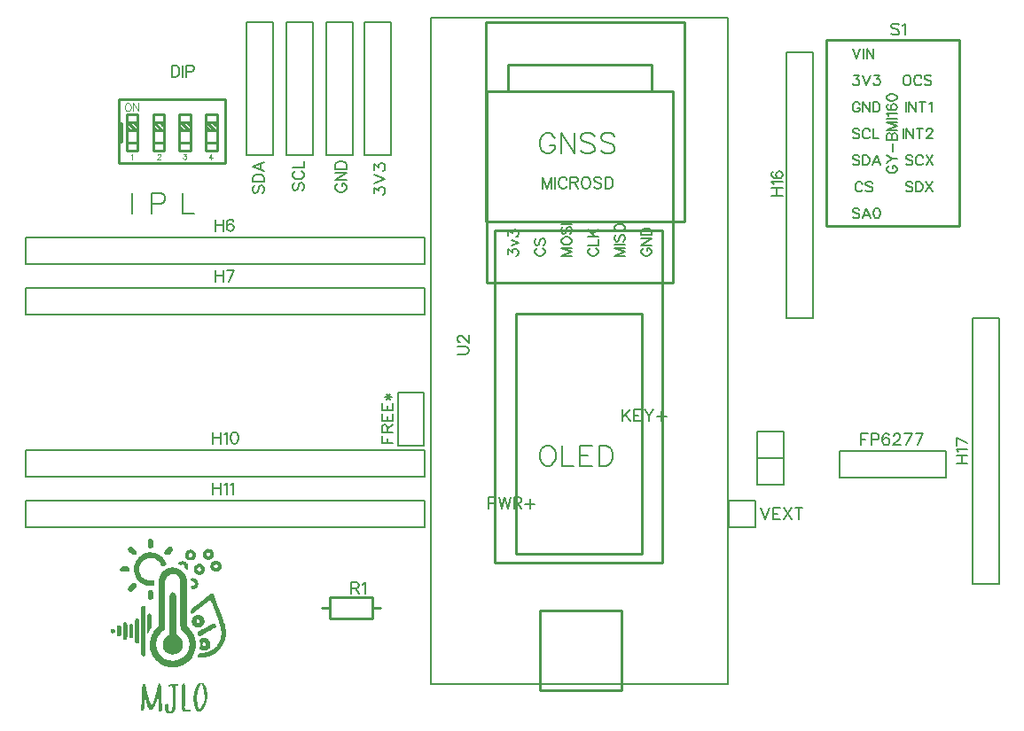
<source format=gto>
G04 Layer: TopSilkscreenLayer*
G04 EasyEDA v6.5.51, 2025-12-08 09:47:30*
G04 7167e3a2cd4a4cc2b36d8ec3c7a0698f,d159c27349c1460ca4c4e21dfb61053a,10*
G04 Gerber Generator version 0.2*
G04 Scale: 100 percent, Rotated: No, Reflected: No *
G04 Dimensions in millimeters *
G04 leading zeros omitted , absolute positions ,4 integer and 5 decimal *
%FSLAX45Y45*%
%MOMM*%

%ADD10C,0.2032*%
%ADD11C,0.1524*%
%ADD12C,0.1000*%
%ADD13C,0.2540*%
%ADD14C,0.2030*%
%ADD15C,0.1270*%
%ADD16C,0.2030*%
%ADD17C,0.0152*%

%LPD*%
G36*
X1464716Y1805787D02*
G01*
X1456283Y1801012D01*
X1451457Y1794205D01*
X1449019Y1786331D01*
X1446733Y1777187D01*
X1446784Y1745894D01*
X1448257Y1739290D01*
X1449070Y1733397D01*
X1451305Y1726082D01*
X1453946Y1720951D01*
X1458417Y1715973D01*
X1462532Y1713788D01*
X1466951Y1712315D01*
X1472844Y1711045D01*
X1483106Y1713331D01*
X1488236Y1715719D01*
X1494586Y1721662D01*
X1496923Y1726793D01*
X1498244Y1735632D01*
X1498955Y1776780D01*
X1497177Y1789277D01*
X1494332Y1795780D01*
X1487525Y1802536D01*
X1478940Y1805787D01*
G37*
G36*
X1283309Y1728622D02*
G01*
X1278077Y1728571D01*
X1268933Y1724152D01*
X1261567Y1715871D01*
X1261567Y1714144D01*
X1259586Y1712518D01*
X1257706Y1702409D01*
X1259941Y1692605D01*
X1265834Y1684934D01*
X1279550Y1670862D01*
X1294993Y1656842D01*
X1303832Y1649679D01*
X1308455Y1647088D01*
X1320393Y1647088D01*
X1328775Y1649933D01*
X1333550Y1652320D01*
X1337818Y1656588D01*
X1340916Y1666798D01*
X1340916Y1678025D01*
X1338122Y1683461D01*
X1326946Y1697431D01*
X1311503Y1713128D01*
X1296670Y1725066D01*
X1288592Y1728622D01*
G37*
G36*
X1661668Y1728520D02*
G01*
X1654302Y1726234D01*
X1647748Y1723136D01*
X1613408Y1689354D01*
X1608480Y1682648D01*
X1606092Y1675638D01*
X1605991Y1669999D01*
X1607820Y1662125D01*
X1610614Y1656283D01*
X1612442Y1653997D01*
X1617827Y1649933D01*
X1630070Y1646936D01*
X1638147Y1647799D01*
X1643278Y1649679D01*
X1651914Y1654606D01*
X1669135Y1671675D01*
X1682343Y1687118D01*
X1686864Y1693367D01*
X1689506Y1703171D01*
X1686966Y1712823D01*
X1681683Y1720596D01*
X1674622Y1725777D01*
X1667560Y1727809D01*
G37*
G36*
X2023211Y1706473D02*
G01*
X2009241Y1703933D01*
X2005990Y1702206D01*
X2003145Y1702206D01*
X2001316Y1699971D01*
X1999386Y1699971D01*
X1992325Y1695297D01*
X1988921Y1692249D01*
X1982368Y1683918D01*
X1978863Y1676857D01*
X1976424Y1670253D01*
X1974138Y1654098D01*
X1974749Y1649679D01*
X2006650Y1649679D01*
X2006650Y1657959D01*
X2009241Y1663649D01*
X2012645Y1668424D01*
X2017318Y1670964D01*
X2021738Y1671980D01*
X2034184Y1671523D01*
X2039366Y1668424D01*
X2044446Y1660906D01*
X2044446Y1647443D01*
X2041652Y1643024D01*
X2037892Y1638909D01*
X2031441Y1636064D01*
X2020925Y1636064D01*
X2015743Y1638706D01*
X2011019Y1642059D01*
X2006650Y1649679D01*
X1974749Y1649679D01*
X1975916Y1641551D01*
X1978710Y1632356D01*
X1984197Y1621840D01*
X1994611Y1611376D01*
X2005279Y1605838D01*
X2014372Y1602994D01*
X2037130Y1602994D01*
X2045970Y1605838D01*
X2051862Y1608277D01*
X2056536Y1611833D01*
X2057552Y1611833D01*
X2063953Y1617014D01*
X2070201Y1625447D01*
X2071979Y1628343D01*
X2074925Y1634642D01*
X2077110Y1642313D01*
X2078685Y1652016D01*
X2078685Y1657553D01*
X2077110Y1667306D01*
X2074164Y1676857D01*
X2071420Y1681988D01*
X2069744Y1685594D01*
X2057400Y1697786D01*
X2055622Y1697786D01*
X2053336Y1699768D01*
X2041753Y1704390D01*
X2037588Y1704390D01*
X2034184Y1705660D01*
G37*
G36*
X1859330Y1699920D02*
G01*
X1851253Y1699869D01*
X1838401Y1697228D01*
X1833625Y1695450D01*
X1824075Y1690827D01*
X1812239Y1678990D01*
X1806702Y1668322D01*
X1803857Y1659178D01*
X1803857Y1641856D01*
X1836928Y1641856D01*
X1836928Y1654454D01*
X1840534Y1660194D01*
X1845716Y1664157D01*
X1855673Y1666849D01*
X1856790Y1666900D01*
X1865934Y1664462D01*
X1871319Y1660296D01*
X1874367Y1653946D01*
X1874367Y1643430D01*
X1871268Y1637487D01*
X1865223Y1632305D01*
X1858772Y1629460D01*
X1850339Y1629460D01*
X1843887Y1632305D01*
X1839264Y1637182D01*
X1836928Y1641856D01*
X1803857Y1641856D01*
X1803857Y1636420D01*
X1806244Y1629054D01*
X1809089Y1623212D01*
X1812289Y1617421D01*
X1823313Y1606143D01*
X1832152Y1601114D01*
X1837994Y1598777D01*
X1845360Y1596390D01*
X1865934Y1596390D01*
X1873300Y1598777D01*
X1879142Y1601114D01*
X1887270Y1605838D01*
X1896364Y1614373D01*
X1903018Y1624330D01*
X1903018Y1625650D01*
X1905101Y1629816D01*
X1907438Y1638046D01*
X1907438Y1656283D01*
X1904644Y1666544D01*
X1902155Y1672336D01*
X1897075Y1680260D01*
X1890166Y1687677D01*
X1881632Y1693367D01*
X1879803Y1693367D01*
X1878126Y1695094D01*
X1872538Y1697126D01*
G37*
G36*
X1484071Y1673555D02*
G01*
X1467662Y1673301D01*
X1460347Y1672234D01*
X1445920Y1670608D01*
X1443177Y1669135D01*
X1438910Y1669135D01*
X1423568Y1664563D01*
X1409649Y1659178D01*
X1404112Y1656740D01*
X1392732Y1650593D01*
X1383182Y1644548D01*
X1374343Y1637944D01*
X1361135Y1626565D01*
X1353667Y1618030D01*
X1345692Y1608480D01*
X1336903Y1595323D01*
X1332941Y1587906D01*
X1328674Y1578914D01*
X1323289Y1566214D01*
X1323289Y1564081D01*
X1321206Y1559255D01*
X1317142Y1543100D01*
X1316024Y1532839D01*
X1314602Y1524000D01*
X1314450Y1503934D01*
X1316685Y1492402D01*
X1316685Y1486306D01*
X1319631Y1475486D01*
X1321663Y1466697D01*
X1323492Y1461566D01*
X1327861Y1450543D01*
X1335125Y1435811D01*
X1340967Y1425752D01*
X1349552Y1414526D01*
X1353769Y1409395D01*
X1371396Y1391666D01*
X1383182Y1382776D01*
X1393190Y1375918D01*
X1395018Y1375918D01*
X1396644Y1374292D01*
X1404874Y1370025D01*
X1415592Y1364894D01*
X1417777Y1364894D01*
X1419352Y1363319D01*
X1424330Y1362100D01*
X1428750Y1360627D01*
X1436827Y1358392D01*
X1447850Y1356207D01*
X1463243Y1353870D01*
X1481632Y1353921D01*
X1491945Y1355394D01*
X1499260Y1356207D01*
X1505153Y1358595D01*
X1508099Y1361592D01*
X1510131Y1366774D01*
X1511350Y1388059D01*
X1512316Y1396542D01*
X1510538Y1405686D01*
X1507490Y1408988D01*
X1488795Y1408988D01*
X1476705Y1406702D01*
X1460347Y1407363D01*
X1450035Y1409090D01*
X1441196Y1411376D01*
X1436065Y1413256D01*
X1424330Y1418132D01*
X1410360Y1426870D01*
X1402181Y1433118D01*
X1394866Y1440281D01*
X1386128Y1451051D01*
X1384655Y1453438D01*
X1380591Y1458823D01*
X1380591Y1461109D01*
X1379220Y1461973D01*
X1374190Y1472539D01*
X1371854Y1478432D01*
X1367383Y1494028D01*
X1367383Y1499209D01*
X1365046Y1511401D01*
X1365758Y1523288D01*
X1367383Y1534312D01*
X1370228Y1545285D01*
X1372006Y1550466D01*
X1373886Y1554886D01*
X1378762Y1565148D01*
X1385265Y1575460D01*
X1391920Y1584248D01*
X1403756Y1596085D01*
X1412544Y1602740D01*
X1422857Y1609293D01*
X1430020Y1612747D01*
X1437538Y1615592D01*
X1444904Y1617776D01*
X1455928Y1620113D01*
X1485290Y1620723D01*
X1497076Y1618335D01*
X1505153Y1616049D01*
X1513890Y1613154D01*
X1523542Y1608836D01*
X1527911Y1605940D01*
X1533855Y1602638D01*
X1543354Y1595628D01*
X1556715Y1582064D01*
X1565757Y1570024D01*
X1565757Y1568958D01*
X1567891Y1566621D01*
X1572361Y1557528D01*
X1572361Y1554378D01*
X1575511Y1544116D01*
X1580692Y1539087D01*
X1592173Y1539087D01*
X1599184Y1543253D01*
X1608734Y1549704D01*
X1613509Y1552295D01*
X1615084Y1552295D01*
X1619707Y1555597D01*
X1623009Y1559255D01*
X1624787Y1566976D01*
X1622907Y1573225D01*
X1614982Y1589379D01*
X1611630Y1595272D01*
X1601724Y1609953D01*
X1593596Y1620266D01*
X1582166Y1632000D01*
X1575714Y1637995D01*
X1563674Y1647088D01*
X1562912Y1647088D01*
X1553260Y1653692D01*
X1551178Y1653692D01*
X1550365Y1655013D01*
X1544421Y1658112D01*
X1542440Y1658112D01*
X1540764Y1660143D01*
X1537462Y1660906D01*
X1529384Y1664055D01*
X1513230Y1669135D01*
X1509572Y1669135D01*
X1502359Y1671320D01*
X1495602Y1671320D01*
G37*
G36*
X2101494Y1594154D02*
G01*
X2093722Y1594002D01*
X2082698Y1591767D01*
X2068779Y1585010D01*
X2055368Y1571599D01*
X2050897Y1562963D01*
X2048662Y1557782D01*
X2046325Y1549603D01*
X2046376Y1536192D01*
X2079396Y1536192D01*
X2079396Y1546352D01*
X2082546Y1552397D01*
X2089657Y1558493D01*
X2098141Y1560830D01*
X2108250Y1558188D01*
X2113026Y1554530D01*
X2117191Y1547520D01*
X2117090Y1535023D01*
X2113788Y1528724D01*
X2108454Y1524406D01*
X2099157Y1521256D01*
X2095195Y1522018D01*
X2089454Y1524203D01*
X2082546Y1530146D01*
X2079396Y1536192D01*
X2046376Y1536192D01*
X2046376Y1530604D01*
X2048510Y1524762D01*
X2048510Y1522882D01*
X2053183Y1512976D01*
X2059432Y1504899D01*
X2065070Y1499666D01*
X2072132Y1494993D01*
X2073960Y1494993D01*
X2075332Y1493621D01*
X2081987Y1491183D01*
X2098090Y1488287D01*
X2115718Y1491335D01*
X2117191Y1492758D01*
X2120188Y1492859D01*
X2128266Y1497431D01*
X2134108Y1501952D01*
X2138527Y1506423D01*
X2143404Y1512570D01*
X2147112Y1519478D01*
X2149246Y1525473D01*
X2151532Y1537970D01*
X2151481Y1544574D01*
X2149754Y1554124D01*
X2146096Y1564132D01*
X2140458Y1572564D01*
X2134514Y1579372D01*
X2124608Y1586636D01*
X2116531Y1590344D01*
X2111349Y1591919D01*
G37*
G36*
X1786382Y1589786D02*
G01*
X1774088Y1589633D01*
X1765249Y1587398D01*
X1759407Y1585214D01*
X1751177Y1580946D01*
X1741881Y1572514D01*
X1737918Y1567027D01*
X1738630Y1563319D01*
X1743964Y1559255D01*
X1746910Y1557426D01*
X1749094Y1556613D01*
X1751330Y1555242D01*
X1758340Y1552905D01*
X1766265Y1552092D01*
X1773377Y1554378D01*
X1785416Y1556461D01*
X1791716Y1554327D01*
X1794713Y1551178D01*
X1797050Y1546047D01*
X1799336Y1538681D01*
X1800148Y1533550D01*
X1802079Y1526590D01*
X1803857Y1524812D01*
X1803857Y1522425D01*
X1811934Y1513484D01*
X1817827Y1510385D01*
X1825752Y1510385D01*
X1830070Y1515922D01*
X1832457Y1527657D01*
X1832508Y1548231D01*
X1830070Y1555597D01*
X1827174Y1562963D01*
X1822450Y1570278D01*
X1814525Y1577949D01*
X1810816Y1580591D01*
X1807870Y1582369D01*
X1798828Y1586738D01*
G37*
G36*
X1942338Y1564741D02*
G01*
X1935022Y1564589D01*
X1927656Y1563166D01*
X1917750Y1559509D01*
X1907082Y1552448D01*
X1900631Y1546047D01*
X1894230Y1537716D01*
X1894230Y1535582D01*
X1892046Y1533753D01*
X1892046Y1531061D01*
X1890674Y1530248D01*
X1887626Y1520088D01*
X1887626Y1512468D01*
X1919833Y1512468D01*
X1920900Y1518005D01*
X1925066Y1524152D01*
X1929841Y1527810D01*
X1934260Y1530197D01*
X1945792Y1530248D01*
X1953564Y1525117D01*
X1958136Y1516430D01*
X1958136Y1503730D01*
X1955698Y1499768D01*
X1952650Y1496314D01*
X1945690Y1492758D01*
X1936292Y1492758D01*
X1929130Y1495958D01*
X1920849Y1504391D01*
X1919833Y1512468D01*
X1887626Y1512468D01*
X1887626Y1500886D01*
X1892909Y1487424D01*
X1898954Y1478483D01*
X1906473Y1470964D01*
X1912975Y1466646D01*
X1922525Y1462074D01*
X1929841Y1459687D01*
X1949704Y1459687D01*
X1957070Y1462125D01*
X1962912Y1464462D01*
X1971039Y1469186D01*
X1980336Y1478178D01*
X1986788Y1487627D01*
X1986788Y1489760D01*
X1988108Y1490522D01*
X1991156Y1500479D01*
X1992884Y1513179D01*
X1991868Y1517396D01*
X1990598Y1526184D01*
X1988413Y1532077D01*
X1984044Y1540713D01*
X1976170Y1550162D01*
X1968246Y1556308D01*
X1960016Y1560474D01*
X1954123Y1562608D01*
G37*
G36*
X1253693Y1539087D02*
G01*
X1200962Y1538935D01*
X1193647Y1536496D01*
X1184757Y1527606D01*
X1182217Y1519478D01*
X1182217Y1507794D01*
X1185011Y1499768D01*
X1192784Y1492758D01*
X1194511Y1492758D01*
X1198727Y1490573D01*
X1202436Y1490573D01*
X1207566Y1488948D01*
X1226667Y1487576D01*
X1232560Y1487474D01*
X1253337Y1488998D01*
X1256334Y1490573D01*
X1259890Y1490573D01*
X1266748Y1493570D01*
X1271828Y1498701D01*
X1274775Y1504492D01*
X1274775Y1521358D01*
X1272286Y1526946D01*
X1267256Y1533296D01*
X1261922Y1536547D01*
G37*
G36*
X1692503Y1530299D02*
G01*
X1672691Y1530096D01*
X1666798Y1528673D01*
X1658721Y1527606D01*
X1644040Y1522933D01*
X1637588Y1520647D01*
X1624177Y1513992D01*
X1610969Y1505712D01*
X1601419Y1498549D01*
X1588312Y1486509D01*
X1577594Y1474317D01*
X1570939Y1464208D01*
X1566519Y1456385D01*
X1561388Y1445006D01*
X1561388Y1443583D01*
X1559306Y1438757D01*
X1557020Y1430680D01*
X1553057Y1413052D01*
X1551686Y1362354D01*
X1551787Y1043432D01*
X1552651Y996391D01*
X1550263Y980998D01*
X1548028Y973632D01*
X1545590Y968502D01*
X1539087Y958189D01*
X1522476Y941069D01*
X1510995Y927353D01*
X1504391Y918514D01*
X1497584Y908253D01*
X1490065Y894994D01*
X1482547Y879703D01*
X1481378Y875893D01*
X1478280Y867816D01*
X1475384Y859028D01*
X1471472Y845058D01*
X1466596Y815543D01*
X1466596Y786282D01*
X1528216Y786282D01*
X1528826Y811225D01*
X1530553Y821537D01*
X1532890Y832561D01*
X1537157Y846531D01*
X1543151Y860450D01*
X1546301Y867105D01*
X1552549Y877569D01*
X1552549Y878636D01*
X1556969Y884224D01*
X1556969Y885190D01*
X1566062Y897229D01*
X1580083Y911047D01*
X1591157Y919429D01*
X1593138Y921816D01*
X1594967Y921816D01*
X1605280Y931773D01*
X1609445Y938377D01*
X1611426Y943508D01*
X1613814Y952347D01*
X1614627Y1402029D01*
X1616456Y1406144D01*
X1616456Y1410868D01*
X1618843Y1418183D01*
X1621078Y1424076D01*
X1625650Y1433372D01*
X1627479Y1434896D01*
X1627479Y1436827D01*
X1641906Y1451406D01*
X1654302Y1459433D01*
X1662379Y1462938D01*
X1674875Y1466189D01*
X1693672Y1466342D01*
X1703527Y1464106D01*
X1710334Y1461922D01*
X1712163Y1461922D01*
X1726844Y1454556D01*
X1731467Y1451356D01*
X1742998Y1440230D01*
X1748536Y1432001D01*
X1752346Y1423974D01*
X1754733Y1417472D01*
X1756003Y1410563D01*
X1757934Y1407160D01*
X1757934Y965555D01*
X1759762Y962355D01*
X1759762Y956716D01*
X1762150Y949401D01*
X1764334Y943508D01*
X1767179Y937615D01*
X1770075Y932738D01*
X1778000Y922934D01*
X1785112Y916228D01*
X1797862Y905560D01*
X1810410Y892403D01*
X1819300Y880770D01*
X1819300Y880008D01*
X1823110Y874420D01*
X1824431Y871474D01*
X1827530Y866343D01*
X1830120Y861212D01*
X1833575Y853338D01*
X1837588Y842467D01*
X1840636Y832561D01*
X1841957Y824179D01*
X1842871Y822655D01*
X1845310Y802436D01*
X1845360Y785520D01*
X1843481Y770839D01*
X1841195Y759053D01*
X1838909Y750976D01*
X1836267Y742899D01*
X1833422Y735380D01*
X1828749Y725576D01*
X1823516Y715721D01*
X1821484Y713384D01*
X1821484Y712520D01*
X1815490Y703529D01*
X1805736Y691489D01*
X1791716Y677468D01*
X1780692Y668528D01*
X1766011Y659028D01*
X1749094Y650595D01*
X1744675Y648665D01*
X1733651Y644652D01*
X1713484Y639673D01*
X1707032Y639673D01*
X1694942Y637387D01*
X1678584Y637946D01*
X1661668Y639724D01*
X1645513Y642569D01*
X1630781Y646938D01*
X1624279Y649325D01*
X1613357Y654354D01*
X1603603Y659688D01*
X1595780Y665022D01*
X1592783Y666699D01*
X1591868Y667969D01*
X1584502Y673811D01*
X1575866Y681939D01*
X1563878Y695858D01*
X1552702Y712774D01*
X1548231Y720852D01*
X1547418Y723087D01*
X1546047Y725271D01*
X1545183Y727456D01*
X1542846Y732231D01*
X1538427Y743254D01*
X1533956Y757224D01*
X1531112Y767892D01*
X1530451Y773023D01*
X1528216Y786282D01*
X1466596Y786282D01*
X1466596Y776528D01*
X1468170Y768604D01*
X1469339Y756869D01*
X1471117Y748030D01*
X1473250Y739241D01*
X1475333Y731875D01*
X1480464Y716432D01*
X1485087Y705408D01*
X1492300Y690727D01*
X1495653Y684834D01*
X1499616Y678637D01*
X1499616Y677976D01*
X1506474Y667969D01*
X1515364Y656183D01*
X1528876Y640791D01*
X1537512Y632714D01*
X1548841Y622604D01*
X1561287Y613206D01*
X1562252Y613206D01*
X1567840Y608787D01*
X1568805Y608787D01*
X1573479Y605282D01*
X1583385Y599998D01*
X1592580Y595426D01*
X1594815Y594106D01*
X1610969Y587552D01*
X1627124Y582472D01*
X1638147Y580034D01*
X1642567Y578612D01*
X1652828Y577748D01*
X1655775Y576224D01*
X1682953Y574903D01*
X1688846Y574903D01*
X1715312Y576326D01*
X1731467Y579526D01*
X1738071Y580644D01*
X1756460Y586028D01*
X1772716Y591718D01*
X1795373Y602996D01*
X1799793Y605840D01*
X1802739Y607364D01*
X1807159Y610260D01*
X1809343Y611276D01*
X1829917Y626719D01*
X1854301Y651052D01*
X1869643Y671626D01*
X1874367Y679094D01*
X1874367Y680313D01*
X1876552Y682752D01*
X1880158Y689254D01*
X1890674Y711098D01*
X1892401Y715518D01*
X1898396Y733348D01*
X1903018Y750366D01*
X1903018Y755142D01*
X1904542Y757936D01*
X1905914Y771550D01*
X1907336Y780389D01*
X1907438Y809193D01*
X1905863Y817118D01*
X1904644Y829614D01*
X1902917Y838453D01*
X1898446Y856081D01*
X1894839Y866343D01*
X1894128Y869289D01*
X1889658Y880313D01*
X1888337Y882497D01*
X1887474Y884732D01*
X1880158Y899414D01*
X1877364Y903833D01*
X1876348Y906018D01*
X1869693Y916330D01*
X1856486Y933958D01*
X1850491Y940460D01*
X1835454Y956106D01*
X1830120Y963117D01*
X1823669Y976071D01*
X1823669Y978255D01*
X1821281Y983945D01*
X1821332Y1363929D01*
X1818792Y1422654D01*
X1817471Y1424787D01*
X1816557Y1432153D01*
X1814220Y1440230D01*
X1810308Y1451254D01*
X1808988Y1453438D01*
X1808124Y1455674D01*
X1806752Y1457858D01*
X1805279Y1461566D01*
X1802384Y1465935D01*
X1801368Y1468170D01*
X1791004Y1482039D01*
X1780692Y1492453D01*
X1762760Y1506016D01*
X1761947Y1506016D01*
X1755698Y1509928D01*
X1741017Y1517142D01*
X1736598Y1519072D01*
X1724863Y1523441D01*
X1716786Y1525727D01*
X1707946Y1527911D01*
G37*
G36*
X1877720Y1428750D02*
G01*
X1865223Y1426210D01*
X1861312Y1423619D01*
X1858975Y1418691D01*
X1858975Y1413560D01*
X1861159Y1402029D01*
X1861159Y1395222D01*
X1863140Y1393596D01*
X1884527Y1393952D01*
X1891487Y1388059D01*
X1894890Y1381455D01*
X1896719Y1374597D01*
X1893925Y1366012D01*
X1888947Y1359712D01*
X1881581Y1356004D01*
X1871065Y1356614D01*
X1864766Y1358493D01*
X1861667Y1355191D01*
X1860296Y1349095D01*
X1859483Y1343304D01*
X1861362Y1330756D01*
X1864156Y1326032D01*
X1869033Y1323035D01*
X1886508Y1323035D01*
X1895602Y1325880D01*
X1907286Y1332026D01*
X1915160Y1339596D01*
X1920493Y1346200D01*
X1924405Y1353312D01*
X1927199Y1361592D01*
X1929638Y1374851D01*
X1926793Y1389532D01*
X1924456Y1396136D01*
X1921916Y1401267D01*
X1914753Y1411122D01*
X1905762Y1419402D01*
X1902663Y1420774D01*
X1898294Y1423670D01*
X1891233Y1426616D01*
X1887728Y1426616D01*
X1884324Y1427886D01*
G37*
G36*
X1313383Y1381810D02*
G01*
X1311148Y1380388D01*
X1307185Y1380337D01*
X1301140Y1377188D01*
X1285138Y1362659D01*
X1283970Y1360627D01*
X1275130Y1351280D01*
X1266190Y1341018D01*
X1259382Y1331671D01*
X1259382Y1318971D01*
X1261567Y1314805D01*
X1261567Y1313383D01*
X1268222Y1304747D01*
X1272946Y1301343D01*
X1278636Y1298803D01*
X1289558Y1298803D01*
X1295450Y1301800D01*
X1306372Y1309166D01*
X1323644Y1326388D01*
X1327454Y1330756D01*
X1330147Y1335176D01*
X1333449Y1338834D01*
X1338326Y1346200D01*
X1340764Y1351330D01*
X1342085Y1357223D01*
X1340358Y1365300D01*
X1337919Y1370025D01*
X1328928Y1378153D01*
X1326540Y1378153D01*
X1324914Y1379778D01*
G37*
G36*
X1475994Y1316431D02*
G01*
X1472082Y1316278D01*
X1466951Y1314856D01*
X1462938Y1314043D01*
X1461262Y1312011D01*
X1459331Y1312011D01*
X1452168Y1305052D01*
X1449476Y1299870D01*
X1446784Y1288135D01*
X1446733Y1252220D01*
X1451254Y1235202D01*
X1456486Y1227429D01*
X1461058Y1224229D01*
X1466748Y1221638D01*
X1478026Y1221638D01*
X1485290Y1224280D01*
X1489913Y1226718D01*
X1494383Y1231188D01*
X1496923Y1235964D01*
X1498295Y1248460D01*
X1498447Y1290320D01*
X1496822Y1299159D01*
X1494840Y1304290D01*
X1492097Y1308354D01*
X1484884Y1313637D01*
G37*
G36*
X1689658Y1292148D02*
G01*
X1681480Y1292047D01*
X1674164Y1289812D01*
X1669745Y1287526D01*
X1663395Y1282446D01*
X1662023Y1279296D01*
X1658924Y1274216D01*
X1656181Y1263904D01*
X1656080Y900176D01*
X1653946Y894283D01*
X1653946Y891895D01*
X1645310Y882497D01*
X1638909Y879144D01*
X1634489Y876300D01*
X1632254Y875284D01*
X1621129Y866851D01*
X1608937Y853846D01*
X1603654Y845769D01*
X1600301Y839927D01*
X1596745Y831799D01*
X1592681Y820064D01*
X1590090Y807567D01*
X1590040Y780643D01*
X1592326Y770839D01*
X1594612Y762762D01*
X1596847Y756869D01*
X1601876Y746607D01*
X1603603Y743661D01*
X1612239Y731875D01*
X1620520Y723290D01*
X1634540Y712774D01*
X1652320Y703580D01*
X1655114Y703580D01*
X1656537Y702259D01*
X1666087Y699719D01*
X1687372Y696874D01*
X1707235Y699719D01*
X1715414Y701954D01*
X1722628Y704443D01*
X1735886Y710946D01*
X1738782Y712774D01*
X1750568Y721461D01*
X1761591Y732637D01*
X1768551Y741680D01*
X1768551Y742696D01*
X1772970Y749249D01*
X1772970Y751179D01*
X1775206Y753008D01*
X1775206Y754532D01*
X1779016Y764133D01*
X1781048Y771550D01*
X1783994Y787704D01*
X1783943Y805383D01*
X1782521Y811987D01*
X1781657Y817880D01*
X1778355Y828141D01*
X1776323Y833272D01*
X1772208Y842111D01*
X1770430Y845058D01*
X1766366Y850392D01*
X1766366Y851662D01*
X1761185Y857554D01*
X1754225Y864717D01*
X1743202Y873048D01*
X1733854Y878687D01*
X1724863Y887120D01*
X1720342Y896467D01*
X1717852Y904036D01*
X1717852Y1261211D01*
X1715109Y1272794D01*
X1710943Y1281277D01*
X1704441Y1287018D01*
X1698396Y1289964D01*
G37*
G36*
X2059482Y1280414D02*
G01*
X2056231Y1280261D01*
X2048154Y1278432D01*
X2040839Y1274318D01*
X2014372Y1250492D01*
X1993442Y1233017D01*
X1969465Y1214475D01*
X1929485Y1185265D01*
X1921662Y1180134D01*
X1905101Y1168349D01*
X1895348Y1161846D01*
X1878431Y1149096D01*
X1871980Y1142644D01*
X1865833Y1134567D01*
X1861870Y1126185D01*
X1859584Y1116177D01*
X1858822Y1108100D01*
X1860600Y1100023D01*
X1861515Y1085494D01*
X1866544Y1082802D01*
X1869186Y1084224D01*
X1878838Y1092454D01*
X1888693Y1100429D01*
X2032507Y1208786D01*
X2044496Y1217168D01*
X2047493Y1217218D01*
X2049932Y1215390D01*
X2055164Y1204823D01*
X2055164Y1203299D01*
X2064969Y1177899D01*
X2066188Y1176528D01*
X2066188Y1173429D01*
X2068322Y1170584D01*
X2068372Y1168349D01*
X2071827Y1159865D01*
X2072792Y1158951D01*
X2072792Y1155801D01*
X2074925Y1152906D01*
X2074976Y1150721D01*
X2078431Y1142238D01*
X2079396Y1141272D01*
X2079396Y1138123D01*
X2081580Y1135278D01*
X2081580Y1132890D01*
X2086152Y1122070D01*
X2092452Y1105154D01*
X2103831Y1076502D01*
X2107895Y1065479D01*
X2116886Y1043025D01*
X2116886Y1041450D01*
X2118918Y1036828D01*
X2119680Y1033881D01*
X2122881Y1025804D01*
X2124151Y1021384D01*
X2131720Y999337D01*
X2132838Y994206D01*
X2134362Y990549D01*
X2139645Y971042D01*
X2141575Y961898D01*
X2143201Y956716D01*
X2144776Y948639D01*
X2146401Y938428D01*
X2147722Y935888D01*
X2147722Y928573D01*
X2149957Y917041D01*
X2149957Y884428D01*
X2148433Y877316D01*
X2147112Y867105D01*
X2143150Y852373D01*
X2140458Y844296D01*
X2137664Y836980D01*
X2133650Y827430D01*
X2132279Y826008D01*
X2132279Y823569D01*
X2130094Y821740D01*
X2130094Y819150D01*
X2127910Y817321D01*
X2127910Y814730D01*
X2125675Y812901D01*
X2125675Y810920D01*
X2121865Y805383D01*
X2120544Y802436D01*
X2118715Y799490D01*
X2114651Y794156D01*
X2114651Y793191D01*
X2106930Y783183D01*
X2098598Y773023D01*
X2089302Y763422D01*
X2079040Y754583D01*
X2070201Y747928D01*
X2060600Y741324D01*
X2051862Y736498D01*
X2036622Y729132D01*
X2029053Y726236D01*
X2013610Y721207D01*
X1999691Y717448D01*
X1990852Y716229D01*
X1988515Y715264D01*
X1971039Y713028D01*
X1944573Y711911D01*
X1938782Y710082D01*
X1932330Y705154D01*
X1925472Y695807D01*
X1923643Y692658D01*
X1920697Y684174D01*
X1920697Y677824D01*
X1923592Y672084D01*
X1925218Y671118D01*
X1933549Y669188D01*
X1964385Y668223D01*
X1992325Y671118D01*
X2001875Y672744D01*
X2012899Y675030D01*
X2029053Y679551D01*
X2033879Y681532D01*
X2036013Y681532D01*
X2051862Y687984D01*
X2063597Y693318D01*
X2072436Y698398D01*
X2076094Y700024D01*
X2080514Y703326D01*
X2085644Y706170D01*
X2095906Y713028D01*
X2112111Y725982D01*
X2134209Y748030D01*
X2147163Y764235D01*
X2148027Y766419D01*
X2154123Y774496D01*
X2155139Y776732D01*
X2161540Y786993D01*
X2169058Y800963D01*
X2173173Y810717D01*
X2176373Y817372D01*
X2176373Y819556D01*
X2178456Y823721D01*
X2182926Y837692D01*
X2186940Y852373D01*
X2191207Y875893D01*
X2192324Y900074D01*
X2194001Y900633D01*
X2194001Y922680D01*
X2191816Y924864D01*
X2191867Y933958D01*
X2189530Y949401D01*
X2185111Y971448D01*
X2182926Y980236D01*
X2173986Y1011123D01*
X2170379Y1021384D01*
X2169160Y1025804D01*
X2165908Y1034643D01*
X2164740Y1039012D01*
X2161590Y1047089D01*
X2160371Y1051509D01*
X2152802Y1071372D01*
X2149398Y1081024D01*
X2147874Y1083868D01*
X2143201Y1096365D01*
X2128062Y1133805D01*
X2113788Y1170178D01*
X2102104Y1202182D01*
X2100834Y1206550D01*
X2096363Y1219403D01*
X2086559Y1252118D01*
X2085390Y1257249D01*
X2083409Y1262583D01*
X2081885Y1264615D01*
X2079904Y1268577D01*
X2072792Y1275842D01*
X2067204Y1278737D01*
G37*
G36*
X1410716Y1164336D02*
G01*
X1399336Y1164183D01*
X1393444Y1161491D01*
X1387195Y1154430D01*
X1387195Y1151890D01*
X1385925Y1151128D01*
X1382776Y1137513D01*
X1383182Y703224D01*
X1388313Y690016D01*
X1396492Y681939D01*
X1402638Y680059D01*
X1407007Y680059D01*
X1414780Y681736D01*
X1418437Y684022D01*
X1422501Y687679D01*
X1422501Y689356D01*
X1424228Y691083D01*
X1426210Y698093D01*
X1427988Y710590D01*
X1427988Y1135278D01*
X1426819Y1144828D01*
X1424381Y1153668D01*
X1421688Y1158341D01*
X1416964Y1161846D01*
G37*
G36*
X1464360Y1089355D02*
G01*
X1458112Y1089304D01*
X1452016Y1086459D01*
X1447596Y1082040D01*
X1445056Y1075029D01*
X1443583Y1066952D01*
X1443024Y902919D01*
X1445260Y897585D01*
X1448104Y897585D01*
X1451305Y904544D01*
X1457248Y915568D01*
X1462176Y923391D01*
X1462176Y924661D01*
X1468475Y933958D01*
X1478026Y949401D01*
X1483817Y958189D01*
X1485747Y963371D01*
X1486611Y1042720D01*
X1483817Y1075791D01*
X1479448Y1084478D01*
X1470609Y1089355D01*
G37*
G36*
X1938172Y1076147D02*
G01*
X1919579Y1075994D01*
X1910029Y1073251D01*
X1903882Y1071067D01*
X1895348Y1066444D01*
X1890369Y1062685D01*
X1882343Y1055268D01*
X1874621Y1044905D01*
X1869998Y1034999D01*
X1869998Y1032967D01*
X1867763Y1027684D01*
X1867763Y1016508D01*
X1911807Y1016508D01*
X1914601Y1024788D01*
X1919427Y1029766D01*
X1922525Y1030478D01*
X1934260Y1030071D01*
X1939696Y1026820D01*
X1942744Y1021689D01*
X1942744Y1008532D01*
X1939086Y1002741D01*
X1933549Y998982D01*
X1924812Y998982D01*
X1918512Y1002030D01*
X1914296Y1007414D01*
X1911807Y1016508D01*
X1867763Y1016508D01*
X1867763Y1004316D01*
X1870151Y996391D01*
X1872335Y990549D01*
X1876958Y981710D01*
X1881327Y975817D01*
X1884324Y972464D01*
X1895348Y963980D01*
X1904898Y959561D01*
X1910740Y957580D01*
X1918868Y956259D01*
X1929130Y955497D01*
X1941626Y957173D01*
X1949704Y959459D01*
X1960016Y964488D01*
X1962912Y966266D01*
X1969160Y971143D01*
X1977339Y979576D01*
X1982216Y987704D01*
X1986686Y999337D01*
X1989226Y1011326D01*
X1988464Y1025093D01*
X1986635Y1032408D01*
X1984400Y1038301D01*
X1981606Y1044194D01*
X1979828Y1047089D01*
X1973224Y1055928D01*
X1965147Y1063752D01*
X1956562Y1069543D01*
X1954682Y1069543D01*
X1952853Y1071727D01*
X1950872Y1071727D01*
X1946046Y1073810D01*
G37*
G36*
X1349959Y1043076D02*
G01*
X1344218Y1042974D01*
X1335379Y1040180D01*
X1330452Y1035812D01*
X1328318Y1031697D01*
X1325473Y1023670D01*
X1325524Y822248D01*
X1328470Y812800D01*
X1332433Y807567D01*
X1334668Y805738D01*
X1341120Y802792D01*
X1353464Y802792D01*
X1359662Y805891D01*
X1362964Y808939D01*
X1362964Y810564D01*
X1364640Y812241D01*
X1367383Y820013D01*
X1367383Y1025702D01*
X1364792Y1033729D01*
X1358138Y1040536D01*
G37*
G36*
X1233322Y1010005D02*
G01*
X1227378Y1009954D01*
X1220724Y1007414D01*
X1217777Y1005230D01*
X1213713Y999794D01*
X1210868Y988314D01*
X1210868Y857656D01*
X1213256Y849477D01*
X1215491Y845058D01*
X1219301Y840892D01*
X1225499Y838047D01*
X1235913Y838047D01*
X1240637Y840486D01*
X1245768Y844550D01*
X1250543Y855014D01*
X1250543Y858266D01*
X1252728Y868578D01*
X1252677Y967740D01*
X1251254Y978052D01*
X1249832Y992479D01*
X1248156Y997864D01*
X1245971Y1002537D01*
X1241044Y1007262D01*
G37*
G36*
X2082190Y992378D02*
G01*
X2076094Y992225D01*
X2065782Y989533D01*
X2060244Y987450D01*
X2058517Y985774D01*
X2056180Y985774D01*
X2054555Y984097D01*
X2043734Y978357D01*
X2039366Y975512D01*
X2035657Y973988D01*
X2031288Y971296D01*
X2019503Y964946D01*
X2015083Y962304D01*
X2007768Y958545D01*
X1993798Y950620D01*
X1991563Y949756D01*
X1986432Y946658D01*
X1979828Y943051D01*
X1975408Y940206D01*
X1971751Y938733D01*
X1966620Y935634D01*
X1944573Y923493D01*
X1939391Y920394D01*
X1936496Y918921D01*
X1928418Y913384D01*
X1924862Y906881D01*
X1926437Y898702D01*
X1927860Y892810D01*
X1931822Y881786D01*
X1934210Y876655D01*
X1937105Y873353D01*
X1945639Y873353D01*
X2007768Y907897D01*
X2010714Y909319D01*
X2012899Y910691D01*
X2015083Y911555D01*
X2019503Y914247D01*
X2031288Y920597D01*
X2035657Y923239D01*
X2043023Y926998D01*
X2056993Y934974D01*
X2059178Y935786D01*
X2063597Y938479D01*
X2079040Y946912D01*
X2083460Y949756D01*
X2086914Y951230D01*
X2096109Y960424D01*
X2099259Y966571D01*
X2099259Y977696D01*
X2096312Y983132D01*
X2089708Y989939D01*
G37*
G36*
X1292809Y989431D02*
G01*
X1286916Y989330D01*
X1279245Y987450D01*
X1274165Y983538D01*
X1271219Y979474D01*
X1268171Y970737D01*
X1268171Y872083D01*
X1272641Y863193D01*
X1276604Y860501D01*
X1281379Y857910D01*
X1297533Y857910D01*
X1303172Y860856D01*
X1307541Y865632D01*
X1310081Y872998D01*
X1308404Y886917D01*
X1308303Y906018D01*
X1310030Y923645D01*
X1309979Y959662D01*
X1308506Y966266D01*
X1307236Y975106D01*
X1305153Y980643D01*
X1303426Y982370D01*
X1303426Y984199D01*
X1299311Y987145D01*
G37*
G36*
X1178356Y976934D02*
G01*
X1165656Y976833D01*
X1160119Y974242D01*
X1156462Y970787D01*
X1153668Y964844D01*
X1151686Y951585D01*
X1151686Y896467D01*
X1153820Y883259D01*
X1156512Y877112D01*
X1163472Y871118D01*
X1166571Y871118D01*
X1171346Y869442D01*
X1181862Y871372D01*
X1186535Y874166D01*
X1190650Y879602D01*
X1192631Y883107D01*
X1195324Y899414D01*
X1195476Y947166D01*
X1193038Y962609D01*
X1190650Y968502D01*
X1186332Y973429D01*
G37*
G36*
X1113790Y943864D02*
G01*
X1107643Y943813D01*
X1101496Y940968D01*
X1096975Y936396D01*
X1095349Y929894D01*
X1094028Y929894D01*
X1094028Y918159D01*
X1095451Y918159D01*
X1096314Y912672D01*
X1098702Y907491D01*
X1103934Y902665D01*
X1113790Y899668D01*
X1122324Y902106D01*
X1127150Y905103D01*
X1132840Y912672D01*
X1135938Y921410D01*
X1135938Y924560D01*
X1133043Y932891D01*
X1128420Y939342D01*
X1119886Y943864D01*
G37*
G36*
X1979117Y855624D02*
G01*
X1968093Y852932D01*
X1962912Y851153D01*
X1952650Y845972D01*
X1948027Y842518D01*
X1944725Y837184D01*
X1945487Y813257D01*
X1947113Y810260D01*
X1947113Y797306D01*
X1970481Y797306D01*
X1972208Y803605D01*
X1977745Y809142D01*
X1985721Y811479D01*
X1987499Y811631D01*
X1994509Y809244D01*
X1999284Y804722D01*
X2002231Y799084D01*
X2002231Y788009D01*
X1995271Y781100D01*
X1987397Y778560D01*
X1981911Y779424D01*
X1975561Y782624D01*
X1971344Y787806D01*
X1970481Y797306D01*
X1947113Y797306D01*
X1947113Y782574D01*
X1945589Y776732D01*
X1944725Y752144D01*
X1949856Y745845D01*
X1963674Y738987D01*
X1969566Y736854D01*
X1977745Y734466D01*
X1995982Y734466D01*
X2005533Y737311D01*
X2011832Y739597D01*
X2017623Y743254D01*
X2018792Y743356D01*
X2030526Y752551D01*
X2039061Y763473D01*
X2043531Y772922D01*
X2045766Y780389D01*
X2046478Y795121D01*
X2043633Y809040D01*
X2041194Y816102D01*
X2036622Y825957D01*
X2028494Y836980D01*
X2022449Y842518D01*
X2014270Y848207D01*
X2006295Y851865D01*
X1995982Y855065D01*
G37*
G36*
X1971802Y425856D02*
G01*
X1952650Y425704D01*
X1942338Y423011D01*
X1936800Y420928D01*
X1935073Y419252D01*
X1932787Y419201D01*
X1923237Y411429D01*
X1915007Y400710D01*
X1906117Y382828D01*
X1898650Y364794D01*
X1898650Y362712D01*
X1896567Y357886D01*
X1892503Y343916D01*
X1888185Y321868D01*
X1886915Y310083D01*
X1885442Y299821D01*
X1885410Y265328D01*
X1918411Y265328D01*
X1919071Y299821D01*
X1920748Y319684D01*
X1922221Y324815D01*
X1923440Y335076D01*
X1926183Y347573D01*
X1930146Y363016D01*
X1932330Y370382D01*
X1939594Y390194D01*
X1947418Y408584D01*
X1950872Y414172D01*
X1954123Y415543D01*
X1962353Y415086D01*
X1966417Y411886D01*
X1969211Y406704D01*
X1975561Y387248D01*
X1977339Y380644D01*
X1982317Y357124D01*
X1986838Y327761D01*
X1986788Y320141D01*
X1989023Y308660D01*
X1989023Y298145D01*
X1991360Y285902D01*
X1989785Y277774D01*
X1988921Y265277D01*
X1986686Y254254D01*
X1984502Y245465D01*
X1981758Y236626D01*
X1977847Y227075D01*
X1970582Y212090D01*
X1969160Y211175D01*
X1969160Y209194D01*
X1959254Y194614D01*
X1951888Y185267D01*
X1941779Y174548D01*
X1936343Y174548D01*
X1934108Y177088D01*
X1931822Y184454D01*
X1927809Y200609D01*
X1926691Y207975D01*
X1925777Y210261D01*
X1920748Y241757D01*
X1919986Y258013D01*
X1918411Y265328D01*
X1885410Y265328D01*
X1885391Y257200D01*
X1888794Y234797D01*
X1892554Y212394D01*
X1896516Y196189D01*
X1898040Y191820D01*
X1899157Y187401D01*
X1906016Y172720D01*
X1907844Y169773D01*
X1914042Y161442D01*
X1920951Y155397D01*
X1927504Y152501D01*
X1942033Y152501D01*
X1951126Y155549D01*
X1960016Y159867D01*
X1962912Y161696D01*
X1968804Y166065D01*
X1977694Y174904D01*
X1984248Y183743D01*
X1986330Y187401D01*
X1993442Y201574D01*
X1993442Y203860D01*
X1994865Y204724D01*
X1996236Y209448D01*
X1999386Y217525D01*
X2004517Y233679D01*
X2008378Y247650D01*
X2012696Y269697D01*
X2013966Y281432D01*
X2015439Y291744D01*
X2015439Y324053D01*
X2013915Y334365D01*
X2012696Y349808D01*
X2009546Y368909D01*
X2008327Y374751D01*
X2003856Y389483D01*
X2001367Y395325D01*
X1995271Y407162D01*
X1987499Y417576D01*
X1982520Y421436D01*
X1981250Y421436D01*
X1979523Y423113D01*
G37*
G36*
X1785112Y421538D02*
G01*
X1777034Y417372D01*
X1772920Y409295D01*
X1773682Y302768D01*
X1775256Y295402D01*
X1774698Y220471D01*
X1773021Y197662D01*
X1775815Y176377D01*
X1779828Y163169D01*
X1782521Y157226D01*
X1787296Y152654D01*
X1799488Y150266D01*
X1837283Y150317D01*
X1844497Y152501D01*
X1848662Y152501D01*
X1854047Y155346D01*
X1856739Y159461D01*
X1856739Y162915D01*
X1854200Y167335D01*
X1849018Y169672D01*
X1810816Y170535D01*
X1806143Y173075D01*
X1802028Y178460D01*
X1801520Y206502D01*
X1803247Y215341D01*
X1804619Y251307D01*
X1805939Y268224D01*
X1805939Y293217D01*
X1804416Y307187D01*
X1803400Y408584D01*
X1800910Y415798D01*
X1798472Y418490D01*
X1793951Y420827D01*
G37*
G36*
X1564386Y421436D02*
G01*
X1553667Y421284D01*
X1548942Y418388D01*
X1543710Y410514D01*
X1543710Y409092D01*
X1541526Y404876D01*
X1541475Y399034D01*
X1540002Y393141D01*
X1538681Y383590D01*
X1537004Y374751D01*
X1534922Y365709D01*
X1534922Y361086D01*
X1533398Y358241D01*
X1532077Y349046D01*
X1525574Y320395D01*
X1520545Y300736D01*
X1516176Y285140D01*
X1510487Y266039D01*
X1507744Y258317D01*
X1503832Y246176D01*
X1501851Y242265D01*
X1501851Y239471D01*
X1500682Y238099D01*
X1497279Y229260D01*
X1495298Y224891D01*
X1483309Y200863D01*
X1482293Y202082D01*
X1477518Y218998D01*
X1475994Y223418D01*
X1472590Y235915D01*
X1471168Y239572D01*
X1457604Y282905D01*
X1455724Y288086D01*
X1453134Y296875D01*
X1451356Y302006D01*
X1445717Y320954D01*
X1441246Y337108D01*
X1436268Y357124D01*
X1435100Y364490D01*
X1433525Y368604D01*
X1433525Y373024D01*
X1431442Y382117D01*
X1428597Y398272D01*
X1426768Y405638D01*
X1424127Y414426D01*
X1418894Y418642D01*
X1412443Y419404D01*
X1406550Y416407D01*
X1402994Y411530D01*
X1400556Y406349D01*
X1396238Y394614D01*
X1393799Y387248D01*
X1393850Y383133D01*
X1392072Y379933D01*
X1390954Y345389D01*
X1389532Y325526D01*
X1389380Y279958D01*
X1387957Y274116D01*
X1387144Y230733D01*
X1385671Y222351D01*
X1384300Y192532D01*
X1382928Y183743D01*
X1382826Y163677D01*
X1388008Y159105D01*
X1400962Y159105D01*
X1406702Y163322D01*
X1409090Y169773D01*
X1413002Y185928D01*
X1414373Y201066D01*
X1415186Y202387D01*
X1416659Y220471D01*
X1417929Y229260D01*
X1418082Y247192D01*
X1419707Y254863D01*
X1420672Y284378D01*
X1421942Y284378D01*
X1423771Y277774D01*
X1431950Y251307D01*
X1445666Y210566D01*
X1453438Y189585D01*
X1455572Y185420D01*
X1455572Y183997D01*
X1459941Y175107D01*
X1464564Y169265D01*
X1470202Y165709D01*
X1476146Y165709D01*
X1485544Y170281D01*
X1497584Y182168D01*
X1503832Y190347D01*
X1512519Y205028D01*
X1517446Y215341D01*
X1519682Y220471D01*
X1521663Y224383D01*
X1521663Y227380D01*
X1523085Y228244D01*
X1524457Y232968D01*
X1529892Y247650D01*
X1531112Y252069D01*
X1534718Y262331D01*
X1538630Y274472D01*
X1541526Y281889D01*
X1541526Y284378D01*
X1542796Y286359D01*
X1545742Y284835D01*
X1548130Y276199D01*
X1548231Y183743D01*
X1549654Y171958D01*
X1550720Y158750D01*
X1553260Y154076D01*
X1558036Y150672D01*
X1571447Y150164D01*
X1577543Y153263D01*
X1581048Y158750D01*
X1582775Y170484D01*
X1582064Y209448D01*
X1580591Y244703D01*
X1579016Y251307D01*
X1578864Y267512D01*
X1577492Y276301D01*
X1576019Y312115D01*
X1574596Y314807D01*
X1574444Y370382D01*
X1573022Y384302D01*
X1571904Y410768D01*
X1569313Y417677D01*
G37*
G36*
X1726742Y414832D02*
G01*
X1694738Y414629D01*
X1669745Y410921D01*
X1647545Y410057D01*
X1644751Y407924D01*
X1642922Y405739D01*
X1642922Y398576D01*
X1644446Y395732D01*
X1649882Y393395D01*
X1659178Y393496D01*
X1662175Y395122D01*
X1676501Y394614D01*
X1681886Y390499D01*
X1684832Y384759D01*
X1684832Y204317D01*
X1682496Y188874D01*
X1680362Y178562D01*
X1678025Y170484D01*
X1673860Y160629D01*
X1669846Y155346D01*
X1664309Y152501D01*
X1656384Y152501D01*
X1650339Y156870D01*
X1647748Y161696D01*
X1645767Y170484D01*
X1644548Y212394D01*
X1642262Y220116D01*
X1639214Y224383D01*
X1634286Y227431D01*
X1624584Y227431D01*
X1618589Y224332D01*
X1614678Y219151D01*
X1612595Y213867D01*
X1611172Y196189D01*
X1611122Y188112D01*
X1612696Y171958D01*
X1614474Y165354D01*
X1616608Y159461D01*
X1618691Y155295D01*
X1618691Y153924D01*
X1625904Y144322D01*
X1632254Y139598D01*
X1637436Y137261D01*
X1642567Y135432D01*
X1649831Y134366D01*
X1650390Y132638D01*
X1665833Y132638D01*
X1668018Y134874D01*
X1672031Y134874D01*
X1679752Y137566D01*
X1681429Y139293D01*
X1683257Y139293D01*
X1690319Y143865D01*
X1700225Y154076D01*
X1700225Y155549D01*
X1703781Y160223D01*
X1706676Y167538D01*
X1708962Y175615D01*
X1710791Y187401D01*
X1711858Y216052D01*
X1713585Y241757D01*
X1712671Y320395D01*
X1711299Y326288D01*
X1711299Y384302D01*
X1713839Y392430D01*
X1716532Y396392D01*
X1721307Y399186D01*
X1729993Y400151D01*
X1735582Y401015D01*
X1739900Y404672D01*
X1739900Y410972D01*
X1738071Y412496D01*
G37*
D10*
X1485900Y5107178D02*
G01*
X1485900Y4913376D01*
X1485900Y5107178D02*
G01*
X1568957Y5107178D01*
X1596644Y5098034D01*
X1606042Y5088889D01*
X1615186Y5070347D01*
X1615186Y5042662D01*
X1606042Y5024120D01*
X1596644Y5014976D01*
X1568957Y5005578D01*
X1485900Y5005578D01*
X1778000Y5107178D02*
G01*
X1778000Y4913376D01*
X1778000Y4913376D02*
G01*
X1888744Y4913376D01*
X1295400Y5107178D02*
G01*
X1295400Y4913376D01*
D11*
X3390900Y1385315D02*
G01*
X3390900Y1276350D01*
X3390900Y1385315D02*
G01*
X3437636Y1385315D01*
X3453129Y1380236D01*
X3458463Y1374902D01*
X3463543Y1364487D01*
X3463543Y1354073D01*
X3458463Y1343660D01*
X3453129Y1338579D01*
X3437636Y1333500D01*
X3390900Y1333500D01*
X3427222Y1333500D02*
G01*
X3463543Y1276350D01*
X3497834Y1364487D02*
G01*
X3508247Y1369821D01*
X3523995Y1385315D01*
X3523995Y1276350D01*
X3681984Y2717800D02*
G01*
X3790950Y2717800D01*
X3681984Y2717800D02*
G01*
X3681984Y2785363D01*
X3733800Y2717800D02*
G01*
X3733800Y2759455D01*
X3681984Y2819654D02*
G01*
X3790950Y2819654D01*
X3681984Y2819654D02*
G01*
X3681984Y2866389D01*
X3687063Y2881884D01*
X3692397Y2887218D01*
X3702811Y2892297D01*
X3713225Y2892297D01*
X3723640Y2887218D01*
X3728720Y2881884D01*
X3733800Y2866389D01*
X3733800Y2819654D01*
X3733800Y2855976D02*
G01*
X3790950Y2892297D01*
X3681984Y2926587D02*
G01*
X3790950Y2926587D01*
X3681984Y2926587D02*
G01*
X3681984Y2994152D01*
X3733800Y2926587D02*
G01*
X3733800Y2968244D01*
X3790950Y2926587D02*
G01*
X3790950Y2994152D01*
X3681984Y3028442D02*
G01*
X3790950Y3028442D01*
X3681984Y3028442D02*
G01*
X3681984Y3096005D01*
X3733800Y3028442D02*
G01*
X3733800Y3070097D01*
X3790950Y3028442D02*
G01*
X3790950Y3096005D01*
X3713225Y3156204D02*
G01*
X3775456Y3156204D01*
X3728720Y3130295D02*
G01*
X3759961Y3182365D01*
X3728720Y3182365D02*
G01*
X3759961Y3130295D01*
X1676400Y6325615D02*
G01*
X1676400Y6216650D01*
X1676400Y6325615D02*
G01*
X1712721Y6325615D01*
X1728470Y6320536D01*
X1738629Y6310121D01*
X1743963Y6299707D01*
X1749044Y6283960D01*
X1749044Y6258052D01*
X1743963Y6242557D01*
X1738629Y6232144D01*
X1728470Y6221729D01*
X1712721Y6216650D01*
X1676400Y6216650D01*
X1783334Y6325615D02*
G01*
X1783334Y6216650D01*
X1817623Y6325615D02*
G01*
X1817623Y6216650D01*
X1817623Y6325615D02*
G01*
X1864360Y6325615D01*
X1880107Y6320536D01*
X1885187Y6315202D01*
X1890521Y6304787D01*
X1890521Y6289294D01*
X1885187Y6278879D01*
X1880107Y6273800D01*
X1864360Y6268465D01*
X1817623Y6268465D01*
D12*
X1285747Y5468620D02*
G01*
X1290320Y5470905D01*
X1297178Y5477510D01*
X1297178Y5429757D01*
X1540763Y5467350D02*
G01*
X1540763Y5469636D01*
X1543050Y5473954D01*
X1545336Y5476239D01*
X1549907Y5478526D01*
X1559052Y5478526D01*
X1563370Y5476239D01*
X1565655Y5473954D01*
X1567942Y5469636D01*
X1567942Y5465063D01*
X1565655Y5460492D01*
X1561084Y5453634D01*
X1538478Y5430773D01*
X1570228Y5430773D01*
X1788921Y5478526D02*
G01*
X1813813Y5478526D01*
X1800352Y5460492D01*
X1806955Y5460492D01*
X1811528Y5458205D01*
X1813813Y5455920D01*
X1816100Y5449062D01*
X1816100Y5444489D01*
X1813813Y5437631D01*
X1809242Y5433060D01*
X1802637Y5430773D01*
X1795779Y5430773D01*
X1788921Y5433060D01*
X1786636Y5435345D01*
X1784350Y5439918D01*
X1249171Y5965952D02*
G01*
X1241805Y5962142D01*
X1234694Y5955029D01*
X1230884Y5947663D01*
X1227328Y5936742D01*
X1227328Y5918707D01*
X1230884Y5907786D01*
X1234694Y5900420D01*
X1241805Y5893054D01*
X1249171Y5889497D01*
X1263650Y5889497D01*
X1271015Y5893054D01*
X1278128Y5900420D01*
X1281937Y5907786D01*
X1285494Y5918707D01*
X1285494Y5936742D01*
X1281937Y5947663D01*
X1278128Y5955029D01*
X1271015Y5962142D01*
X1263650Y5965952D01*
X1249171Y5965952D01*
X1309623Y5965952D02*
G01*
X1309623Y5889497D01*
X1309623Y5965952D02*
G01*
X1360423Y5889497D01*
X1360423Y5965952D02*
G01*
X1360423Y5889497D01*
X2053843Y5476494D02*
G01*
X2030729Y5444744D01*
X2065274Y5444744D01*
X2053843Y5476494D02*
G01*
X2053843Y5428742D01*
D11*
X3605784Y5103113D02*
G01*
X3605784Y5160263D01*
X3647440Y5129021D01*
X3647440Y5144770D01*
X3652520Y5154929D01*
X3657600Y5160263D01*
X3673347Y5165344D01*
X3683761Y5165344D01*
X3699256Y5160263D01*
X3709670Y5149850D01*
X3714750Y5134355D01*
X3714750Y5118607D01*
X3709670Y5103113D01*
X3704590Y5097779D01*
X3694175Y5092700D01*
X3605784Y5199634D02*
G01*
X3714750Y5241289D01*
X3605784Y5282945D02*
G01*
X3714750Y5241289D01*
X3605784Y5327650D02*
G01*
X3605784Y5384800D01*
X3647440Y5353557D01*
X3647440Y5369052D01*
X3652520Y5379465D01*
X3657600Y5384800D01*
X3673347Y5389879D01*
X3683761Y5389879D01*
X3699256Y5384800D01*
X3709670Y5374386D01*
X3714750Y5358637D01*
X3714750Y5343144D01*
X3709670Y5327650D01*
X3704590Y5322315D01*
X3694175Y5317236D01*
X3263391Y5196078D02*
G01*
X3252977Y5190744D01*
X3242563Y5180329D01*
X3237484Y5170170D01*
X3237484Y5149342D01*
X3242563Y5138928D01*
X3252977Y5128513D01*
X3263391Y5123179D01*
X3279140Y5118100D01*
X3305047Y5118100D01*
X3320541Y5123179D01*
X3330956Y5128513D01*
X3341370Y5138928D01*
X3346450Y5149342D01*
X3346450Y5170170D01*
X3341370Y5180329D01*
X3330956Y5190744D01*
X3320541Y5196078D01*
X3305047Y5196078D01*
X3305047Y5170170D02*
G01*
X3305047Y5196078D01*
X3237484Y5230368D02*
G01*
X3346450Y5230368D01*
X3237484Y5230368D02*
G01*
X3346450Y5303012D01*
X3237484Y5303012D02*
G01*
X3346450Y5303012D01*
X3237484Y5337302D02*
G01*
X3346450Y5337302D01*
X3237484Y5337302D02*
G01*
X3237484Y5373623D01*
X3242563Y5389371D01*
X3252977Y5399786D01*
X3263391Y5404865D01*
X3279140Y5410200D01*
X3305047Y5410200D01*
X3320541Y5404865D01*
X3330956Y5399786D01*
X3341370Y5389371D01*
X3346450Y5373623D01*
X3346450Y5337302D01*
X8621847Y6710306D02*
G01*
X8611433Y6720720D01*
X8595939Y6725800D01*
X8575111Y6725800D01*
X8559617Y6720720D01*
X8549203Y6710306D01*
X8549203Y6699892D01*
X8554283Y6689478D01*
X8559617Y6684144D01*
X8570031Y6679064D01*
X8601273Y6668650D01*
X8611433Y6663570D01*
X8616767Y6658236D01*
X8621847Y6647822D01*
X8621847Y6632328D01*
X8611433Y6621914D01*
X8595939Y6616834D01*
X8575111Y6616834D01*
X8559617Y6621914D01*
X8549203Y6632328D01*
X8656137Y6704972D02*
G01*
X8666551Y6710306D01*
X8682299Y6725800D01*
X8682299Y6616834D01*
D10*
X8689225Y6232761D02*
G01*
X8679827Y6228189D01*
X8670683Y6218791D01*
X8666111Y6209647D01*
X8661285Y6195677D01*
X8661285Y6172563D01*
X8666111Y6158847D01*
X8670683Y6149703D01*
X8679827Y6140305D01*
X8689225Y6135733D01*
X8707513Y6135733D01*
X8716911Y6140305D01*
X8726055Y6149703D01*
X8730627Y6158847D01*
X8735199Y6172563D01*
X8735199Y6195677D01*
X8730627Y6209647D01*
X8726055Y6218791D01*
X8716911Y6228189D01*
X8707513Y6232761D01*
X8689225Y6232761D01*
X8835021Y6209647D02*
G01*
X8830449Y6218791D01*
X8821305Y6228189D01*
X8811907Y6232761D01*
X8793365Y6232761D01*
X8784221Y6228189D01*
X8775077Y6218791D01*
X8770505Y6209647D01*
X8765679Y6195677D01*
X8765679Y6172563D01*
X8770505Y6158847D01*
X8775077Y6149703D01*
X8784221Y6140305D01*
X8793365Y6135733D01*
X8811907Y6135733D01*
X8821305Y6140305D01*
X8830449Y6149703D01*
X8835021Y6158847D01*
X8930271Y6218791D02*
G01*
X8920873Y6228189D01*
X8907157Y6232761D01*
X8888615Y6232761D01*
X8874645Y6228189D01*
X8865501Y6218791D01*
X8865501Y6209647D01*
X8870073Y6200503D01*
X8874645Y6195677D01*
X8884043Y6191105D01*
X8911729Y6181961D01*
X8920873Y6177389D01*
X8925445Y6172563D01*
X8930271Y6163419D01*
X8930271Y6149703D01*
X8920873Y6140305D01*
X8907157Y6135733D01*
X8888615Y6135733D01*
X8874645Y6140305D01*
X8865501Y6149703D01*
X8686860Y5978705D02*
G01*
X8686860Y5881677D01*
X8717340Y5978705D02*
G01*
X8717340Y5881677D01*
X8717340Y5978705D02*
G01*
X8781856Y5881677D01*
X8781856Y5978705D02*
G01*
X8781856Y5881677D01*
X8844848Y5978705D02*
G01*
X8844848Y5881677D01*
X8812336Y5978705D02*
G01*
X8877106Y5978705D01*
X8907586Y5960163D02*
G01*
X8916730Y5964735D01*
X8930700Y5978705D01*
X8930700Y5881677D01*
X8661466Y5724710D02*
G01*
X8661466Y5627682D01*
X8691946Y5724710D02*
G01*
X8691946Y5627682D01*
X8691946Y5724710D02*
G01*
X8756462Y5627682D01*
X8756462Y5724710D02*
G01*
X8756462Y5627682D01*
X8819454Y5724710D02*
G01*
X8819454Y5627682D01*
X8786942Y5724710D02*
G01*
X8851712Y5724710D01*
X8886764Y5701596D02*
G01*
X8886764Y5706168D01*
X8891336Y5715566D01*
X8895908Y5720138D01*
X8905306Y5724710D01*
X8923594Y5724710D01*
X8932992Y5720138D01*
X8937564Y5715566D01*
X8942136Y5706168D01*
X8942136Y5697024D01*
X8937564Y5687880D01*
X8928420Y5673910D01*
X8882192Y5627682D01*
X8946708Y5627682D01*
X8751379Y5456740D02*
G01*
X8742235Y5466138D01*
X8728265Y5470710D01*
X8709977Y5470710D01*
X8696007Y5466138D01*
X8686863Y5456740D01*
X8686863Y5447596D01*
X8691435Y5438452D01*
X8696007Y5433880D01*
X8705151Y5429054D01*
X8733091Y5419910D01*
X8742235Y5415338D01*
X8746807Y5410766D01*
X8751379Y5401368D01*
X8751379Y5387652D01*
X8742235Y5378254D01*
X8728265Y5373682D01*
X8709977Y5373682D01*
X8696007Y5378254D01*
X8686863Y5387652D01*
X8851201Y5447596D02*
G01*
X8846629Y5456740D01*
X8837231Y5466138D01*
X8828087Y5470710D01*
X8809545Y5470710D01*
X8800401Y5466138D01*
X8791257Y5456740D01*
X8786431Y5447596D01*
X8781859Y5433880D01*
X8781859Y5410766D01*
X8786431Y5396796D01*
X8791257Y5387652D01*
X8800401Y5378254D01*
X8809545Y5373682D01*
X8828087Y5373682D01*
X8837231Y5378254D01*
X8846629Y5387652D01*
X8851201Y5396796D01*
X8881681Y5470710D02*
G01*
X8946451Y5373682D01*
X8946451Y5470710D02*
G01*
X8881681Y5373682D01*
X8751376Y5202737D02*
G01*
X8742232Y5212135D01*
X8728262Y5216707D01*
X8709974Y5216707D01*
X8696004Y5212135D01*
X8686860Y5202737D01*
X8686860Y5193593D01*
X8691432Y5184449D01*
X8696004Y5179877D01*
X8705148Y5175051D01*
X8733088Y5165907D01*
X8742232Y5161335D01*
X8746804Y5156763D01*
X8751376Y5147365D01*
X8751376Y5133649D01*
X8742232Y5124251D01*
X8728262Y5119679D01*
X8709974Y5119679D01*
X8696004Y5124251D01*
X8686860Y5133649D01*
X8781856Y5216707D02*
G01*
X8781856Y5119679D01*
X8781856Y5216707D02*
G01*
X8814368Y5216707D01*
X8828084Y5212135D01*
X8837228Y5202737D01*
X8842054Y5193593D01*
X8846626Y5179877D01*
X8846626Y5156763D01*
X8842054Y5142793D01*
X8837228Y5133649D01*
X8828084Y5124251D01*
X8814368Y5119679D01*
X8781856Y5119679D01*
X8877106Y5216707D02*
G01*
X8941622Y5119679D01*
X8941622Y5216707D02*
G01*
X8877106Y5119679D01*
X8178756Y6486801D02*
G01*
X8215840Y6389773D01*
X8252670Y6486801D02*
G01*
X8215840Y6389773D01*
X8283150Y6486801D02*
G01*
X8283150Y6389773D01*
X8313630Y6486801D02*
G01*
X8313630Y6389773D01*
X8313630Y6486801D02*
G01*
X8378400Y6389773D01*
X8378400Y6486801D02*
G01*
X8378400Y6389773D01*
X8188004Y6232702D02*
G01*
X8238804Y6232702D01*
X8211118Y6195872D01*
X8225088Y6195872D01*
X8234232Y6191046D01*
X8238804Y6186474D01*
X8243376Y6172758D01*
X8243376Y6163360D01*
X8238804Y6149644D01*
X8229660Y6140246D01*
X8215690Y6135674D01*
X8201974Y6135674D01*
X8188004Y6140246D01*
X8183432Y6145072D01*
X8178860Y6154216D01*
X8273856Y6232702D02*
G01*
X8310940Y6135674D01*
X8347770Y6232702D02*
G01*
X8310940Y6135674D01*
X8387648Y6232702D02*
G01*
X8438448Y6232702D01*
X8410508Y6195872D01*
X8424478Y6195872D01*
X8433622Y6191046D01*
X8438448Y6186474D01*
X8443020Y6172758D01*
X8443020Y6163360D01*
X8438448Y6149644D01*
X8429050Y6140246D01*
X8415334Y6135674D01*
X8401364Y6135674D01*
X8387648Y6140246D01*
X8382822Y6145072D01*
X8378250Y6154216D01*
X8247946Y5955588D02*
G01*
X8243374Y5964732D01*
X8234230Y5974130D01*
X8225086Y5978702D01*
X8206544Y5978702D01*
X8197146Y5974130D01*
X8188002Y5964732D01*
X8183430Y5955588D01*
X8178858Y5941872D01*
X8178858Y5918758D01*
X8183430Y5904788D01*
X8188002Y5895644D01*
X8197146Y5886246D01*
X8206544Y5881674D01*
X8225086Y5881674D01*
X8234230Y5886246D01*
X8243374Y5895644D01*
X8247946Y5904788D01*
X8247946Y5918758D01*
X8225086Y5918758D02*
G01*
X8247946Y5918758D01*
X8278426Y5978702D02*
G01*
X8278426Y5881674D01*
X8278426Y5978702D02*
G01*
X8343196Y5881674D01*
X8343196Y5978702D02*
G01*
X8343196Y5881674D01*
X8373676Y5978702D02*
G01*
X8373676Y5881674D01*
X8373676Y5978702D02*
G01*
X8405934Y5978702D01*
X8419904Y5974130D01*
X8429048Y5964732D01*
X8433620Y5955588D01*
X8438446Y5941872D01*
X8438446Y5918758D01*
X8433620Y5904788D01*
X8429048Y5895644D01*
X8419904Y5886246D01*
X8405934Y5881674D01*
X8373676Y5881674D01*
X8243455Y5456786D02*
G01*
X8234311Y5466184D01*
X8220341Y5470756D01*
X8201799Y5470756D01*
X8188083Y5466184D01*
X8178685Y5456786D01*
X8178685Y5447642D01*
X8183511Y5438498D01*
X8188083Y5433672D01*
X8197227Y5429100D01*
X8224913Y5419956D01*
X8234311Y5415384D01*
X8238883Y5410558D01*
X8243455Y5401414D01*
X8243455Y5387698D01*
X8234311Y5378300D01*
X8220341Y5373728D01*
X8201799Y5373728D01*
X8188083Y5378300D01*
X8178685Y5387698D01*
X8273935Y5470756D02*
G01*
X8273935Y5373728D01*
X8273935Y5470756D02*
G01*
X8306193Y5470756D01*
X8320163Y5466184D01*
X8329307Y5456786D01*
X8333879Y5447642D01*
X8338705Y5433672D01*
X8338705Y5410558D01*
X8333879Y5396842D01*
X8329307Y5387698D01*
X8320163Y5378300D01*
X8306193Y5373728D01*
X8273935Y5373728D01*
X8406015Y5470756D02*
G01*
X8369185Y5373728D01*
X8406015Y5470756D02*
G01*
X8442845Y5373728D01*
X8382901Y5405986D02*
G01*
X8429129Y5405986D01*
X8273422Y5193642D02*
G01*
X8268850Y5202786D01*
X8259706Y5212184D01*
X8250308Y5216756D01*
X8232020Y5216756D01*
X8222622Y5212184D01*
X8213478Y5202786D01*
X8208906Y5193642D01*
X8204080Y5179672D01*
X8204080Y5156558D01*
X8208906Y5142842D01*
X8213478Y5133698D01*
X8222622Y5124300D01*
X8232020Y5119728D01*
X8250308Y5119728D01*
X8259706Y5124300D01*
X8268850Y5133698D01*
X8273422Y5142842D01*
X8368672Y5202786D02*
G01*
X8359274Y5212184D01*
X8345558Y5216756D01*
X8327016Y5216756D01*
X8313300Y5212184D01*
X8303902Y5202786D01*
X8303902Y5193642D01*
X8308474Y5184498D01*
X8313300Y5179672D01*
X8322444Y5175100D01*
X8350130Y5165956D01*
X8359274Y5161384D01*
X8364100Y5156558D01*
X8368672Y5147414D01*
X8368672Y5133698D01*
X8359274Y5124300D01*
X8345558Y5119728D01*
X8327016Y5119728D01*
X8313300Y5124300D01*
X8303902Y5133698D01*
X8243384Y4948737D02*
G01*
X8234240Y4958135D01*
X8220270Y4962707D01*
X8201982Y4962707D01*
X8188012Y4958135D01*
X8178868Y4948737D01*
X8178868Y4939593D01*
X8183440Y4930449D01*
X8188012Y4925877D01*
X8197156Y4921051D01*
X8225096Y4911907D01*
X8234240Y4907335D01*
X8238812Y4902763D01*
X8243384Y4893365D01*
X8243384Y4879649D01*
X8234240Y4870251D01*
X8220270Y4865679D01*
X8201982Y4865679D01*
X8188012Y4870251D01*
X8178868Y4879649D01*
X8310948Y4962707D02*
G01*
X8273864Y4865679D01*
X8310948Y4962707D02*
G01*
X8347778Y4865679D01*
X8287834Y4897937D02*
G01*
X8334062Y4897937D01*
X8405944Y4962707D02*
G01*
X8392228Y4958135D01*
X8382830Y4944165D01*
X8378258Y4921051D01*
X8378258Y4907335D01*
X8382830Y4884221D01*
X8392228Y4870251D01*
X8405944Y4865679D01*
X8415342Y4865679D01*
X8429058Y4870251D01*
X8438456Y4884221D01*
X8443028Y4907335D01*
X8443028Y4921051D01*
X8438456Y4944165D01*
X8429058Y4958135D01*
X8415342Y4962707D01*
X8405944Y4962707D01*
X8243394Y5710730D02*
G01*
X8234250Y5720128D01*
X8220280Y5724700D01*
X8201992Y5724700D01*
X8188022Y5720128D01*
X8178878Y5710730D01*
X8178878Y5701586D01*
X8183450Y5692442D01*
X8188022Y5687870D01*
X8197166Y5683044D01*
X8225106Y5673900D01*
X8234250Y5669328D01*
X8238822Y5664756D01*
X8243394Y5655358D01*
X8243394Y5641642D01*
X8234250Y5632244D01*
X8220280Y5627672D01*
X8201992Y5627672D01*
X8188022Y5632244D01*
X8178878Y5641642D01*
X8343216Y5701586D02*
G01*
X8338644Y5710730D01*
X8329246Y5720128D01*
X8320102Y5724700D01*
X8301560Y5724700D01*
X8292416Y5720128D01*
X8283272Y5710730D01*
X8278446Y5701586D01*
X8273874Y5687870D01*
X8273874Y5664756D01*
X8278446Y5650786D01*
X8283272Y5641642D01*
X8292416Y5632244D01*
X8301560Y5627672D01*
X8320102Y5627672D01*
X8329246Y5632244D01*
X8338644Y5641642D01*
X8343216Y5650786D01*
X8373696Y5724700D02*
G01*
X8373696Y5627672D01*
X8373696Y5627672D02*
G01*
X8429068Y5627672D01*
X8527478Y5365259D02*
G01*
X8518243Y5360642D01*
X8509005Y5351404D01*
X8504387Y5342168D01*
X8504387Y5323695D01*
X8509005Y5314459D01*
X8518243Y5305221D01*
X8527478Y5300604D01*
X8541334Y5295986D01*
X8564425Y5295986D01*
X8578278Y5300604D01*
X8587513Y5305221D01*
X8596751Y5314459D01*
X8601369Y5323695D01*
X8601369Y5342168D01*
X8596751Y5351404D01*
X8587513Y5360642D01*
X8578278Y5365259D01*
X8564425Y5365259D01*
X8564425Y5342168D02*
G01*
X8564425Y5365259D01*
X8504387Y5395739D02*
G01*
X8550569Y5432684D01*
X8601369Y5432684D01*
X8504387Y5469630D02*
G01*
X8550569Y5432684D01*
X8559805Y5500110D02*
G01*
X8559805Y5583237D01*
X8504387Y5613717D02*
G01*
X8601369Y5613717D01*
X8504387Y5613717D02*
G01*
X8504387Y5655282D01*
X8509005Y5669135D01*
X8513625Y5673752D01*
X8522860Y5678370D01*
X8532096Y5678370D01*
X8541334Y5673752D01*
X8545951Y5669135D01*
X8550569Y5655282D01*
X8550569Y5613717D02*
G01*
X8550569Y5655282D01*
X8555187Y5669135D01*
X8559805Y5673752D01*
X8569043Y5678370D01*
X8582896Y5678370D01*
X8592134Y5673752D01*
X8596751Y5669135D01*
X8601369Y5655282D01*
X8601369Y5613717D01*
X8504387Y5708850D02*
G01*
X8601369Y5708850D01*
X8504387Y5708850D02*
G01*
X8601369Y5745797D01*
X8504387Y5782741D02*
G01*
X8601369Y5745797D01*
X8504387Y5782741D02*
G01*
X8601369Y5782741D01*
X8504387Y5813221D02*
G01*
X8601369Y5813221D01*
X8522860Y5843701D02*
G01*
X8518243Y5852939D01*
X8504387Y5866792D01*
X8601369Y5866792D01*
X8518243Y5952690D02*
G01*
X8509005Y5948072D01*
X8504387Y5934219D01*
X8504387Y5924981D01*
X8509005Y5911128D01*
X8522860Y5901890D01*
X8545951Y5897272D01*
X8569043Y5897272D01*
X8587513Y5901890D01*
X8596751Y5911128D01*
X8601369Y5924981D01*
X8601369Y5929602D01*
X8596751Y5943455D01*
X8587513Y5952690D01*
X8573660Y5957310D01*
X8569043Y5957310D01*
X8555187Y5952690D01*
X8545951Y5943455D01*
X8541334Y5929602D01*
X8541334Y5924981D01*
X8545951Y5911128D01*
X8555187Y5901890D01*
X8569043Y5897272D01*
X8504387Y6015499D02*
G01*
X8509005Y6001644D01*
X8522860Y5992408D01*
X8545951Y5987790D01*
X8559805Y5987790D01*
X8582896Y5992408D01*
X8596751Y6001644D01*
X8601369Y6015499D01*
X8601369Y6024735D01*
X8596751Y6038590D01*
X8582896Y6047826D01*
X8559805Y6052444D01*
X8545951Y6052444D01*
X8522860Y6047826D01*
X8509005Y6038590D01*
X8504387Y6024735D01*
X8504387Y6015499D01*
D11*
X2846577Y5203444D02*
G01*
X2836163Y5193029D01*
X2831084Y5177536D01*
X2831084Y5156707D01*
X2836163Y5141213D01*
X2846577Y5130800D01*
X2856991Y5130800D01*
X2867406Y5135879D01*
X2872740Y5141213D01*
X2877820Y5151628D01*
X2888234Y5182870D01*
X2893313Y5193029D01*
X2898647Y5198363D01*
X2909061Y5203444D01*
X2924556Y5203444D01*
X2934970Y5193029D01*
X2940050Y5177536D01*
X2940050Y5156707D01*
X2934970Y5141213D01*
X2924556Y5130800D01*
X2856991Y5315712D02*
G01*
X2846577Y5310631D01*
X2836163Y5300218D01*
X2831084Y5289804D01*
X2831084Y5268976D01*
X2836163Y5258562D01*
X2846577Y5248147D01*
X2856991Y5243068D01*
X2872740Y5237734D01*
X2898647Y5237734D01*
X2914141Y5243068D01*
X2924556Y5248147D01*
X2934970Y5258562D01*
X2940050Y5268976D01*
X2940050Y5289804D01*
X2934970Y5300218D01*
X2924556Y5310631D01*
X2914141Y5315712D01*
X2831084Y5350002D02*
G01*
X2940050Y5350002D01*
X2940050Y5350002D02*
G01*
X2940050Y5412486D01*
X2465577Y5178044D02*
G01*
X2455163Y5167629D01*
X2450084Y5152136D01*
X2450084Y5131307D01*
X2455163Y5115813D01*
X2465577Y5105400D01*
X2475991Y5105400D01*
X2486406Y5110479D01*
X2491740Y5115813D01*
X2496820Y5126228D01*
X2507234Y5157470D01*
X2512313Y5167629D01*
X2517647Y5172963D01*
X2528061Y5178044D01*
X2543556Y5178044D01*
X2553970Y5167629D01*
X2559050Y5152136D01*
X2559050Y5131307D01*
X2553970Y5115813D01*
X2543556Y5105400D01*
X2450084Y5212334D02*
G01*
X2559050Y5212334D01*
X2450084Y5212334D02*
G01*
X2450084Y5248910D01*
X2455163Y5264404D01*
X2465577Y5274818D01*
X2475991Y5279897D01*
X2491740Y5285231D01*
X2517647Y5285231D01*
X2533141Y5279897D01*
X2543556Y5274818D01*
X2553970Y5264404D01*
X2559050Y5248910D01*
X2559050Y5212334D01*
X2450084Y5360923D02*
G01*
X2559050Y5319521D01*
X2450084Y5360923D02*
G01*
X2559050Y5402579D01*
X2522727Y5335015D02*
G01*
X2522727Y5387086D01*
X4405884Y3568700D02*
G01*
X4483861Y3568700D01*
X4499356Y3573779D01*
X4509770Y3584194D01*
X4514850Y3599942D01*
X4514850Y3610355D01*
X4509770Y3625850D01*
X4499356Y3636263D01*
X4483861Y3641344D01*
X4405884Y3641344D01*
X4431791Y3680968D02*
G01*
X4426711Y3680968D01*
X4416297Y3686047D01*
X4410963Y3691381D01*
X4405884Y3701795D01*
X4405884Y3722370D01*
X4410963Y3732784D01*
X4416297Y3738118D01*
X4426711Y3743197D01*
X4437125Y3743197D01*
X4447540Y3738118D01*
X4463034Y3727704D01*
X4514850Y3675634D01*
X4514850Y3748531D01*
D10*
X5249672Y2694178D02*
G01*
X5231129Y2685034D01*
X5212841Y2666492D01*
X5203443Y2647950D01*
X5194300Y2620263D01*
X5194300Y2574289D01*
X5203443Y2546350D01*
X5212841Y2528062D01*
X5231129Y2509520D01*
X5249672Y2500376D01*
X5286756Y2500376D01*
X5305043Y2509520D01*
X5323586Y2528062D01*
X5332729Y2546350D01*
X5342127Y2574289D01*
X5342127Y2620263D01*
X5332729Y2647950D01*
X5323586Y2666492D01*
X5305043Y2685034D01*
X5286756Y2694178D01*
X5249672Y2694178D01*
X5403088Y2694178D02*
G01*
X5403088Y2500376D01*
X5403088Y2500376D02*
G01*
X5513831Y2500376D01*
X5574791Y2694178D02*
G01*
X5574791Y2500376D01*
X5574791Y2694178D02*
G01*
X5694934Y2694178D01*
X5574791Y2601976D02*
G01*
X5648706Y2601976D01*
X5574791Y2500376D02*
G01*
X5694934Y2500376D01*
X5755893Y2694178D02*
G01*
X5755893Y2500376D01*
X5755893Y2694178D02*
G01*
X5820409Y2694178D01*
X5848350Y2685034D01*
X5866638Y2666492D01*
X5876036Y2647950D01*
X5885179Y2620263D01*
X5885179Y2574289D01*
X5876036Y2546350D01*
X5866638Y2528062D01*
X5848350Y2509520D01*
X5820409Y2500376D01*
X5755893Y2500376D01*
X5332729Y5632450D02*
G01*
X5323586Y5650992D01*
X5305043Y5669534D01*
X5286756Y5678678D01*
X5249672Y5678678D01*
X5231129Y5669534D01*
X5212841Y5650992D01*
X5203443Y5632450D01*
X5194300Y5604763D01*
X5194300Y5558789D01*
X5203443Y5530850D01*
X5212841Y5512562D01*
X5231129Y5494020D01*
X5249672Y5484876D01*
X5286756Y5484876D01*
X5305043Y5494020D01*
X5323586Y5512562D01*
X5332729Y5530850D01*
X5332729Y5558789D01*
X5286756Y5558789D02*
G01*
X5332729Y5558789D01*
X5393690Y5678678D02*
G01*
X5393690Y5484876D01*
X5393690Y5678678D02*
G01*
X5523229Y5484876D01*
X5523229Y5678678D02*
G01*
X5523229Y5484876D01*
X5713475Y5650992D02*
G01*
X5694934Y5669534D01*
X5667247Y5678678D01*
X5630163Y5678678D01*
X5602477Y5669534D01*
X5584190Y5650992D01*
X5584190Y5632450D01*
X5593334Y5614162D01*
X5602477Y5604763D01*
X5621020Y5595620D01*
X5676391Y5577078D01*
X5694934Y5567934D01*
X5704077Y5558789D01*
X5713475Y5540247D01*
X5713475Y5512562D01*
X5694934Y5494020D01*
X5667247Y5484876D01*
X5630163Y5484876D01*
X5602477Y5494020D01*
X5584190Y5512562D01*
X5903722Y5650992D02*
G01*
X5885179Y5669534D01*
X5857493Y5678678D01*
X5820409Y5678678D01*
X5792724Y5669534D01*
X5774436Y5650992D01*
X5774436Y5632450D01*
X5783579Y5614162D01*
X5792724Y5604763D01*
X5811265Y5595620D01*
X5866638Y5577078D01*
X5885179Y5567934D01*
X5894324Y5558789D01*
X5903722Y5540247D01*
X5903722Y5512562D01*
X5885179Y5494020D01*
X5857493Y5484876D01*
X5820409Y5484876D01*
X5792724Y5494020D01*
X5774436Y5512562D01*
D11*
X5981700Y3036315D02*
G01*
X5981700Y2927350D01*
X6054343Y3036315D02*
G01*
X5981700Y2963671D01*
X6007608Y2989579D02*
G01*
X6054343Y2927350D01*
X6088634Y3036315D02*
G01*
X6088634Y2927350D01*
X6088634Y3036315D02*
G01*
X6156197Y3036315D01*
X6088634Y2984500D02*
G01*
X6130290Y2984500D01*
X6088634Y2927350D02*
G01*
X6156197Y2927350D01*
X6190488Y3036315D02*
G01*
X6232143Y2984500D01*
X6232143Y2927350D01*
X6273800Y3036315D02*
G01*
X6232143Y2984500D01*
X6354825Y3020821D02*
G01*
X6354825Y2927350D01*
X6308090Y2974086D02*
G01*
X6401561Y2974086D01*
X4699000Y2198115D02*
G01*
X4699000Y2089150D01*
X4699000Y2198115D02*
G01*
X4745736Y2198115D01*
X4761229Y2193036D01*
X4766563Y2187702D01*
X4771643Y2177287D01*
X4771643Y2161794D01*
X4766563Y2151379D01*
X4761229Y2146300D01*
X4745736Y2140965D01*
X4699000Y2140965D01*
X4805934Y2198115D02*
G01*
X4832095Y2089150D01*
X4858004Y2198115D02*
G01*
X4832095Y2089150D01*
X4858004Y2198115D02*
G01*
X4883911Y2089150D01*
X4909820Y2198115D02*
G01*
X4883911Y2089150D01*
X4944109Y2198115D02*
G01*
X4944109Y2089150D01*
X4944109Y2198115D02*
G01*
X4991100Y2198115D01*
X5006593Y2193036D01*
X5011674Y2187702D01*
X5017008Y2177287D01*
X5017008Y2166873D01*
X5011674Y2156460D01*
X5006593Y2151379D01*
X4991100Y2146300D01*
X4944109Y2146300D01*
X4980686Y2146300D02*
G01*
X5017008Y2089150D01*
X5098034Y2182621D02*
G01*
X5098034Y2089150D01*
X5051297Y2135886D02*
G01*
X5144770Y2135886D01*
X5219700Y5258815D02*
G01*
X5219700Y5149850D01*
X5219700Y5258815D02*
G01*
X5261356Y5149850D01*
X5302758Y5258815D02*
G01*
X5261356Y5149850D01*
X5302758Y5258815D02*
G01*
X5302758Y5149850D01*
X5337047Y5258815D02*
G01*
X5337047Y5149850D01*
X5449315Y5232907D02*
G01*
X5444236Y5243321D01*
X5433822Y5253736D01*
X5423408Y5258815D01*
X5402579Y5258815D01*
X5392165Y5253736D01*
X5381752Y5243321D01*
X5376672Y5232907D01*
X5371338Y5217160D01*
X5371338Y5191252D01*
X5376672Y5175757D01*
X5381752Y5165344D01*
X5392165Y5154929D01*
X5402579Y5149850D01*
X5423408Y5149850D01*
X5433822Y5154929D01*
X5444236Y5165344D01*
X5449315Y5175757D01*
X5483606Y5258815D02*
G01*
X5483606Y5149850D01*
X5483606Y5258815D02*
G01*
X5530341Y5258815D01*
X5546090Y5253736D01*
X5551170Y5248402D01*
X5556250Y5237987D01*
X5556250Y5227573D01*
X5551170Y5217160D01*
X5546090Y5212079D01*
X5530341Y5207000D01*
X5483606Y5207000D01*
X5519927Y5207000D02*
G01*
X5556250Y5149850D01*
X5621781Y5258815D02*
G01*
X5611368Y5253736D01*
X5600954Y5243321D01*
X5595874Y5232907D01*
X5590540Y5217160D01*
X5590540Y5191252D01*
X5595874Y5175757D01*
X5600954Y5165344D01*
X5611368Y5154929D01*
X5621781Y5149850D01*
X5642609Y5149850D01*
X5653024Y5154929D01*
X5663438Y5165344D01*
X5668518Y5175757D01*
X5673852Y5191252D01*
X5673852Y5217160D01*
X5668518Y5232907D01*
X5663438Y5243321D01*
X5653024Y5253736D01*
X5642609Y5258815D01*
X5621781Y5258815D01*
X5780786Y5243321D02*
G01*
X5770372Y5253736D01*
X5754877Y5258815D01*
X5734050Y5258815D01*
X5718556Y5253736D01*
X5708141Y5243321D01*
X5708141Y5232907D01*
X5713222Y5222494D01*
X5718556Y5217160D01*
X5728970Y5212079D01*
X5759958Y5201665D01*
X5770372Y5196586D01*
X5775706Y5191252D01*
X5780786Y5180837D01*
X5780786Y5165344D01*
X5770372Y5154929D01*
X5754877Y5149850D01*
X5734050Y5149850D01*
X5718556Y5154929D01*
X5708141Y5165344D01*
X5815075Y5258815D02*
G01*
X5815075Y5149850D01*
X5815075Y5258815D02*
G01*
X5851397Y5258815D01*
X5867145Y5253736D01*
X5877559Y5243321D01*
X5882640Y5232907D01*
X5887720Y5217160D01*
X5887720Y5191252D01*
X5882640Y5175757D01*
X5877559Y5165344D01*
X5867145Y5154929D01*
X5851397Y5149850D01*
X5815075Y5149850D01*
X6182613Y4577842D02*
G01*
X6173215Y4573270D01*
X6164072Y4563871D01*
X6159500Y4554728D01*
X6159500Y4536186D01*
X6164072Y4527042D01*
X6173215Y4517644D01*
X6182613Y4513071D01*
X6196329Y4508500D01*
X6219443Y4508500D01*
X6233413Y4513071D01*
X6242558Y4517644D01*
X6251702Y4527042D01*
X6256527Y4536186D01*
X6256527Y4554728D01*
X6251702Y4563871D01*
X6242558Y4573270D01*
X6233413Y4577842D01*
X6219443Y4577842D01*
X6219443Y4554728D02*
G01*
X6219443Y4577842D01*
X6159500Y4608321D02*
G01*
X6256527Y4608321D01*
X6159500Y4608321D02*
G01*
X6256527Y4672837D01*
X6159500Y4672837D02*
G01*
X6256527Y4672837D01*
X6159500Y4703318D02*
G01*
X6256527Y4703318D01*
X6159500Y4703318D02*
G01*
X6159500Y4735829D01*
X6164072Y4749545D01*
X6173215Y4758689D01*
X6182613Y4763515D01*
X6196329Y4768087D01*
X6219443Y4768087D01*
X6233413Y4763515D01*
X6242558Y4758689D01*
X6251702Y4749545D01*
X6256527Y4735829D01*
X6256527Y4703318D01*
X5905500Y4508500D02*
G01*
X6002527Y4508500D01*
X5905500Y4508500D02*
G01*
X6002527Y4545329D01*
X5905500Y4582413D02*
G01*
X6002527Y4545329D01*
X5905500Y4582413D02*
G01*
X6002527Y4582413D01*
X5905500Y4612894D02*
G01*
X6002527Y4612894D01*
X5919215Y4707889D02*
G01*
X5910072Y4698745D01*
X5905500Y4685029D01*
X5905500Y4666487D01*
X5910072Y4652518D01*
X5919215Y4643373D01*
X5928613Y4643373D01*
X5937758Y4647945D01*
X5942329Y4652518D01*
X5946902Y4661915D01*
X5956300Y4689602D01*
X5960872Y4698745D01*
X5965443Y4703318D01*
X5974841Y4707889D01*
X5988558Y4707889D01*
X5997702Y4698745D01*
X6002527Y4685029D01*
X6002527Y4666487D01*
X5997702Y4652518D01*
X5988558Y4643373D01*
X5905500Y4766310D02*
G01*
X5910072Y4756912D01*
X5919215Y4747768D01*
X5928613Y4743195D01*
X5942329Y4738370D01*
X5965443Y4738370D01*
X5979413Y4743195D01*
X5988558Y4747768D01*
X5997702Y4756912D01*
X6002527Y4766310D01*
X6002527Y4784597D01*
X5997702Y4793995D01*
X5988558Y4803139D01*
X5979413Y4807712D01*
X5965443Y4812284D01*
X5942329Y4812284D01*
X5928613Y4807712D01*
X5919215Y4803139D01*
X5910072Y4793995D01*
X5905500Y4784597D01*
X5905500Y4766310D01*
X5674613Y4577842D02*
G01*
X5665215Y4573270D01*
X5656072Y4563871D01*
X5651500Y4554728D01*
X5651500Y4536186D01*
X5656072Y4527042D01*
X5665215Y4517644D01*
X5674613Y4513071D01*
X5688329Y4508500D01*
X5711443Y4508500D01*
X5725413Y4513071D01*
X5734558Y4517644D01*
X5743702Y4527042D01*
X5748527Y4536186D01*
X5748527Y4554728D01*
X5743702Y4563871D01*
X5734558Y4573270D01*
X5725413Y4577842D01*
X5651500Y4608321D02*
G01*
X5748527Y4608321D01*
X5748527Y4608321D02*
G01*
X5748527Y4663694D01*
X5651500Y4694173D02*
G01*
X5748527Y4694173D01*
X5651500Y4758689D02*
G01*
X5716015Y4694173D01*
X5692902Y4717287D02*
G01*
X5748527Y4758689D01*
X5397497Y4508500D02*
G01*
X5494525Y4508500D01*
X5397497Y4508500D02*
G01*
X5494525Y4545329D01*
X5397497Y4582413D02*
G01*
X5494525Y4545329D01*
X5397497Y4582413D02*
G01*
X5494525Y4582413D01*
X5397497Y4640579D02*
G01*
X5402069Y4631436D01*
X5411213Y4622037D01*
X5420611Y4617465D01*
X5434327Y4612894D01*
X5457441Y4612894D01*
X5471411Y4617465D01*
X5480555Y4622037D01*
X5489699Y4631436D01*
X5494525Y4640579D01*
X5494525Y4659121D01*
X5489699Y4668265D01*
X5480555Y4677410D01*
X5471411Y4682236D01*
X5457441Y4686807D01*
X5434327Y4686807D01*
X5420611Y4682236D01*
X5411213Y4677410D01*
X5402069Y4668265D01*
X5397497Y4659121D01*
X5397497Y4640579D01*
X5411213Y4781804D02*
G01*
X5402069Y4772660D01*
X5397497Y4758689D01*
X5397497Y4740402D01*
X5402069Y4726431D01*
X5411213Y4717287D01*
X5420611Y4717287D01*
X5429755Y4721860D01*
X5434327Y4726431D01*
X5438899Y4735829D01*
X5448297Y4763515D01*
X5452869Y4772660D01*
X5457441Y4777231D01*
X5466839Y4781804D01*
X5480555Y4781804D01*
X5489699Y4772660D01*
X5494525Y4758689D01*
X5494525Y4740402D01*
X5489699Y4726431D01*
X5480555Y4717287D01*
X5397497Y4812284D02*
G01*
X5494525Y4812284D01*
X5166613Y4577842D02*
G01*
X5157215Y4573270D01*
X5148072Y4563871D01*
X5143500Y4554728D01*
X5143500Y4536186D01*
X5148072Y4527042D01*
X5157215Y4517644D01*
X5166613Y4513071D01*
X5180329Y4508500D01*
X5203443Y4508500D01*
X5217413Y4513071D01*
X5226558Y4517644D01*
X5235702Y4527042D01*
X5240527Y4536186D01*
X5240527Y4554728D01*
X5235702Y4563871D01*
X5226558Y4573270D01*
X5217413Y4577842D01*
X5157215Y4672837D02*
G01*
X5148072Y4663694D01*
X5143500Y4649723D01*
X5143500Y4631436D01*
X5148072Y4617465D01*
X5157215Y4608321D01*
X5166613Y4608321D01*
X5175758Y4612894D01*
X5180329Y4617465D01*
X5184902Y4626610D01*
X5194300Y4654550D01*
X5198872Y4663694D01*
X5203443Y4668265D01*
X5212841Y4672837D01*
X5226558Y4672837D01*
X5235702Y4663694D01*
X5240527Y4649723D01*
X5240527Y4631436D01*
X5235702Y4617465D01*
X5226558Y4608321D01*
X4889500Y4517644D02*
G01*
X4889500Y4568444D01*
X4926329Y4540757D01*
X4926329Y4554728D01*
X4930902Y4563871D01*
X4935727Y4568444D01*
X4949443Y4573270D01*
X4958841Y4573270D01*
X4972558Y4568444D01*
X4981702Y4559300D01*
X4986527Y4545329D01*
X4986527Y4531613D01*
X4981702Y4517644D01*
X4977129Y4513071D01*
X4967986Y4508500D01*
X4921758Y4603750D02*
G01*
X4986527Y4631436D01*
X4921758Y4659121D02*
G01*
X4986527Y4631436D01*
X4889500Y4698745D02*
G01*
X4889500Y4749545D01*
X4926329Y4721860D01*
X4926329Y4735829D01*
X4930902Y4744973D01*
X4935727Y4749545D01*
X4949443Y4754118D01*
X4958841Y4754118D01*
X4972558Y4749545D01*
X4981702Y4740402D01*
X4986527Y4726431D01*
X4986527Y4712715D01*
X4981702Y4698745D01*
X4977129Y4694173D01*
X4967986Y4689602D01*
X8255000Y2807715D02*
G01*
X8255000Y2698750D01*
X8255000Y2807715D02*
G01*
X8322563Y2807715D01*
X8255000Y2755900D02*
G01*
X8296656Y2755900D01*
X8356854Y2807715D02*
G01*
X8356854Y2698750D01*
X8356854Y2807715D02*
G01*
X8403590Y2807715D01*
X8419084Y2802636D01*
X8424418Y2797302D01*
X8429497Y2786887D01*
X8429497Y2771394D01*
X8424418Y2760979D01*
X8419084Y2755900D01*
X8403590Y2750565D01*
X8356854Y2750565D01*
X8526272Y2792221D02*
G01*
X8520938Y2802636D01*
X8505443Y2807715D01*
X8495029Y2807715D01*
X8479536Y2802636D01*
X8469122Y2786887D01*
X8463788Y2760979D01*
X8463788Y2735071D01*
X8469122Y2714244D01*
X8479536Y2703829D01*
X8495029Y2698750D01*
X8500109Y2698750D01*
X8515858Y2703829D01*
X8526272Y2714244D01*
X8531352Y2729737D01*
X8531352Y2735071D01*
X8526272Y2750565D01*
X8515858Y2760979D01*
X8500109Y2766060D01*
X8495029Y2766060D01*
X8479536Y2760979D01*
X8469122Y2750565D01*
X8463788Y2735071D01*
X8570975Y2781807D02*
G01*
X8570975Y2786887D01*
X8576056Y2797302D01*
X8581390Y2802636D01*
X8591550Y2807715D01*
X8612377Y2807715D01*
X8622791Y2802636D01*
X8628125Y2797302D01*
X8633206Y2786887D01*
X8633206Y2776473D01*
X8628125Y2766060D01*
X8617711Y2750565D01*
X8565641Y2698750D01*
X8638540Y2698750D01*
X8745474Y2807715D02*
G01*
X8693404Y2698750D01*
X8672829Y2807715D02*
G01*
X8745474Y2807715D01*
X8852408Y2807715D02*
G01*
X8800591Y2698750D01*
X8779763Y2807715D02*
G01*
X8852408Y2807715D01*
X7302500Y2096515D02*
G01*
X7344156Y1987550D01*
X7385558Y2096515D02*
G01*
X7344156Y1987550D01*
X7419847Y2096515D02*
G01*
X7419847Y1987550D01*
X7419847Y2096515D02*
G01*
X7487411Y2096515D01*
X7419847Y2044700D02*
G01*
X7461504Y2044700D01*
X7419847Y1987550D02*
G01*
X7487411Y1987550D01*
X7521702Y2096515D02*
G01*
X7594600Y1987550D01*
X7594600Y2096515D02*
G01*
X7521702Y1987550D01*
X7665211Y2096515D02*
G01*
X7665211Y1987550D01*
X7628890Y2096515D02*
G01*
X7701534Y2096515D01*
X2095500Y4852415D02*
G01*
X2095500Y4743450D01*
X2168143Y4852415D02*
G01*
X2168143Y4743450D01*
X2095500Y4800600D02*
G01*
X2168143Y4800600D01*
X2264918Y4836921D02*
G01*
X2259584Y4847336D01*
X2244090Y4852415D01*
X2233675Y4852415D01*
X2218181Y4847336D01*
X2207768Y4831587D01*
X2202434Y4805679D01*
X2202434Y4779771D01*
X2207768Y4758944D01*
X2218181Y4748529D01*
X2233675Y4743450D01*
X2239009Y4743450D01*
X2254504Y4748529D01*
X2264918Y4758944D01*
X2269997Y4774437D01*
X2269997Y4779771D01*
X2264918Y4795265D01*
X2254504Y4805679D01*
X2239009Y4810760D01*
X2233675Y4810760D01*
X2218181Y4805679D01*
X2207768Y4795265D01*
X2202434Y4779771D01*
X2095500Y4369815D02*
G01*
X2095500Y4260850D01*
X2168143Y4369815D02*
G01*
X2168143Y4260850D01*
X2095500Y4318000D02*
G01*
X2168143Y4318000D01*
X2275331Y4369815D02*
G01*
X2223261Y4260850D01*
X2202434Y4369815D02*
G01*
X2275331Y4369815D01*
X2070100Y2820415D02*
G01*
X2070100Y2711450D01*
X2142743Y2820415D02*
G01*
X2142743Y2711450D01*
X2070100Y2768600D02*
G01*
X2142743Y2768600D01*
X2177034Y2799587D02*
G01*
X2187447Y2804921D01*
X2203195Y2820415D01*
X2203195Y2711450D01*
X2268474Y2820415D02*
G01*
X2252979Y2815336D01*
X2242565Y2799587D01*
X2237486Y2773679D01*
X2237486Y2758186D01*
X2242565Y2732023D01*
X2252979Y2716529D01*
X2268474Y2711450D01*
X2278888Y2711450D01*
X2294636Y2716529D01*
X2305050Y2732023D01*
X2310129Y2758186D01*
X2310129Y2773679D01*
X2305050Y2799587D01*
X2294636Y2815336D01*
X2278888Y2820415D01*
X2268474Y2820415D01*
X2070100Y2337815D02*
G01*
X2070100Y2228850D01*
X2142743Y2337815D02*
G01*
X2142743Y2228850D01*
X2070100Y2286000D02*
G01*
X2142743Y2286000D01*
X2177034Y2316987D02*
G01*
X2187447Y2322321D01*
X2203195Y2337815D01*
X2203195Y2228850D01*
X2237486Y2316987D02*
G01*
X2247900Y2322321D01*
X2263393Y2337815D01*
X2263393Y2228850D01*
X7403084Y5080000D02*
G01*
X7512050Y5080000D01*
X7403084Y5152644D02*
G01*
X7512050Y5152644D01*
X7454900Y5080000D02*
G01*
X7454900Y5152644D01*
X7423911Y5186934D02*
G01*
X7418577Y5197347D01*
X7403084Y5213095D01*
X7512050Y5213095D01*
X7418577Y5309615D02*
G01*
X7408163Y5304536D01*
X7403084Y5288787D01*
X7403084Y5278373D01*
X7408163Y5262879D01*
X7423911Y5252465D01*
X7449820Y5247386D01*
X7475727Y5247386D01*
X7496556Y5252465D01*
X7506970Y5262879D01*
X7512050Y5278373D01*
X7512050Y5283707D01*
X7506970Y5299202D01*
X7496556Y5309615D01*
X7481061Y5314950D01*
X7475727Y5314950D01*
X7460234Y5309615D01*
X7449820Y5299202D01*
X7444740Y5283707D01*
X7444740Y5278373D01*
X7449820Y5262879D01*
X7460234Y5252465D01*
X7475727Y5247386D01*
X9168384Y2527300D02*
G01*
X9277350Y2527300D01*
X9168384Y2599944D02*
G01*
X9277350Y2599944D01*
X9220200Y2527300D02*
G01*
X9220200Y2599944D01*
X9189211Y2634234D02*
G01*
X9183877Y2644647D01*
X9168384Y2660395D01*
X9277350Y2660395D01*
X9168384Y2767329D02*
G01*
X9277350Y2715260D01*
X9168384Y2694686D02*
G01*
X9168384Y2767329D01*
D13*
X3594100Y1143000D02*
G01*
X3670300Y1143000D01*
X3187700Y1143000D02*
G01*
X3111500Y1143000D01*
X3187700Y1244600D02*
G01*
X3594100Y1244600D01*
X3594100Y1041400D01*
X3187700Y1041400D01*
X3187700Y1244600D01*
D10*
X3835400Y3200400D02*
G01*
X4086859Y3200400D01*
X4086859Y2692400D01*
X3835400Y2692400D01*
X3835400Y3200400D01*
D13*
X1244472Y5855512D02*
G01*
X1244472Y5510529D01*
X1349476Y5510529D01*
X1349476Y5852515D01*
X1349476Y5855512D01*
X1244472Y5855512D01*
X1166596Y5999403D02*
G01*
X1166596Y5399404D01*
X1167409Y6000292D02*
G01*
X2187399Y6002299D01*
X1167409Y5397296D02*
G01*
X2187399Y5396301D01*
X2187399Y5996299D02*
G01*
X2187399Y5396301D01*
X1500403Y5856300D02*
G01*
X1500403Y5511317D01*
X1605406Y5511317D01*
X1605406Y5853303D01*
X1605406Y5856300D01*
X1500403Y5856300D01*
X1749577Y5858510D02*
G01*
X1749577Y5513527D01*
X1854580Y5513527D01*
X1854580Y5855512D01*
X1854580Y5858510D01*
X1749577Y5858510D01*
X2004644Y5859322D02*
G01*
X2004644Y5514339D01*
X2109647Y5514339D01*
X2109647Y5856325D01*
X2109647Y5859322D01*
X2004644Y5859322D01*
X1257249Y5784418D02*
G01*
X1344244Y5784418D01*
X1255166Y5706592D02*
G01*
X1342161Y5706592D01*
X1254252Y5784418D02*
G01*
X1329232Y5709437D01*
X1329232Y5706414D01*
X1275232Y5706414D02*
G01*
X1248232Y5733414D01*
X1314246Y5784418D02*
G01*
X1338249Y5760415D01*
X1341246Y5760415D01*
X1257249Y5589422D02*
G01*
X1344244Y5589422D01*
X1508252Y5781420D02*
G01*
X1595246Y5781420D01*
X1506169Y5703595D02*
G01*
X1593164Y5703595D01*
X1505254Y5781420D02*
G01*
X1580235Y5706440D01*
X1580235Y5703417D01*
X1526235Y5703417D02*
G01*
X1499235Y5730417D01*
X1565249Y5781420D02*
G01*
X1589252Y5757418D01*
X1592249Y5757418D01*
X1508252Y5586425D02*
G01*
X1595246Y5586425D01*
X1764461Y5781420D02*
G01*
X1851456Y5781420D01*
X1762379Y5703595D02*
G01*
X1849373Y5703595D01*
X1761464Y5781420D02*
G01*
X1836445Y5706440D01*
X1836445Y5703417D01*
X1782445Y5703417D02*
G01*
X1755444Y5730417D01*
X1821459Y5781420D02*
G01*
X1845462Y5757418D01*
X1848459Y5757418D01*
X1764461Y5586425D02*
G01*
X1851456Y5586425D01*
X2015464Y5781420D02*
G01*
X2102459Y5781420D01*
X2013381Y5703595D02*
G01*
X2100376Y5703595D01*
X2012467Y5781420D02*
G01*
X2087448Y5706440D01*
X2087448Y5703417D01*
X2033447Y5703417D02*
G01*
X2006447Y5730417D01*
X2072462Y5781420D02*
G01*
X2096465Y5757418D01*
X2099462Y5757418D01*
X2015464Y5586425D02*
G01*
X2102459Y5586425D01*
X1170304Y5778347D02*
G01*
X1200353Y5778347D01*
X1200353Y5592927D01*
X1172845Y5592927D01*
D10*
X3517900Y5664200D02*
G01*
X3517900Y5473700D01*
X3771900Y5473700D01*
X3771900Y6743700D01*
X3517900Y6743700D01*
D14*
X3517900Y6743700D02*
G01*
X3517900Y5664200D01*
D10*
X3149600Y5664200D02*
G01*
X3149600Y5473700D01*
X3403600Y5473700D01*
X3403600Y6743700D01*
X3149600Y6743700D01*
D14*
X3149600Y6743700D02*
G01*
X3149600Y5664200D01*
D13*
X8051800Y6566034D02*
G01*
X7924868Y6565986D01*
X7924800Y6439034D01*
X7924800Y4788034D01*
X7924800Y4788034D01*
X9067800Y4788034D01*
X9194868Y4787986D01*
X9194800Y4915034D01*
X9194800Y6439034D01*
X9194868Y6565986D01*
X9067800Y6566034D01*
X8051800Y6566034D01*
D10*
X2768600Y5664200D02*
G01*
X2768600Y5473700D01*
X3022600Y5473700D01*
X3022600Y6743700D01*
X2768600Y6743700D01*
D14*
X2768600Y6743700D02*
G01*
X2768600Y5664200D01*
D10*
X2387600Y5664200D02*
G01*
X2387600Y5473700D01*
X2641600Y5473700D01*
X2641600Y6743700D01*
X2387600Y6743700D01*
D14*
X2387600Y6743700D02*
G01*
X2387600Y5664200D01*
D15*
X4152900Y419100D02*
G01*
X4152900Y6783095D01*
X6985000Y6783095D01*
X6985000Y419100D01*
X4152900Y419100D01*
D13*
X4673600Y4838700D02*
G01*
X4673600Y6738696D01*
X6573596Y6738696D01*
X6573596Y4838700D01*
X4673600Y4838700D01*
X4962601Y1656714D02*
G01*
X4962601Y3956710D01*
X6162598Y3956710D01*
X6162598Y1656714D01*
X4962601Y1656714D01*
X5194300Y355600D02*
G01*
X5194300Y1117600D01*
X5969000Y1117600D01*
X5969000Y355600D01*
X5194300Y355600D01*
X4762500Y1574800D02*
G01*
X4762500Y4749800D01*
X6362700Y4749800D01*
X6362700Y1574800D01*
X4762500Y1574800D01*
D10*
X7518400Y2578100D02*
G01*
X7264400Y2578100D01*
X7264400Y2832100D01*
X7518400Y2832100D01*
X7518400Y2641600D01*
D14*
X7518400Y2578100D02*
G01*
X7518400Y2641600D01*
D10*
X7518400Y2324100D02*
G01*
X7264400Y2324100D01*
X7264400Y2578100D01*
X7518400Y2578100D01*
X7518400Y2387600D01*
D14*
X7518400Y2324100D02*
G01*
X7518400Y2387600D01*
D13*
X4681727Y4254500D02*
G01*
X6459727Y4254500D01*
X4681727Y4254500D02*
G01*
X4681727Y6083300D01*
X6459727Y4254500D02*
G01*
X6459727Y6083300D01*
X4884927Y6337300D02*
G01*
X6256527Y6337300D01*
X4681727Y6083300D02*
G01*
X4884927Y6083300D01*
X4884927Y6337300D01*
X6459727Y6083300D02*
G01*
X6256527Y6083300D01*
X6256527Y6337300D01*
X4884927Y6083300D02*
G01*
X6256527Y6083300D01*
D10*
X8051800Y2387600D02*
G01*
X8051800Y2641600D01*
X9067800Y2641600D01*
X9067800Y2387600D01*
X8877300Y2387600D01*
D14*
X8051800Y2387600D02*
G01*
X8877300Y2387600D01*
D10*
X7251700Y1917700D02*
G01*
X6997700Y1917700D01*
X6997700Y2171700D01*
X7251700Y2171700D01*
X7251700Y1981200D01*
D14*
X7251700Y1917700D02*
G01*
X7251700Y1981200D01*
D10*
X4089400Y4686300D02*
G01*
X4089400Y4686300D01*
X4089400Y4432300D01*
X279400Y4432300D01*
X279400Y4686300D01*
X469900Y4686300D01*
D16*
X4089400Y4686300D02*
G01*
X469900Y4686300D01*
D10*
X4089400Y4203700D02*
G01*
X4089400Y4203700D01*
X4089400Y3949700D01*
X279400Y3949700D01*
X279400Y4203700D01*
X469900Y4203700D01*
D16*
X4089400Y4203700D02*
G01*
X469900Y4203700D01*
D10*
X4089400Y2654300D02*
G01*
X4089400Y2654300D01*
X4089400Y2400300D01*
X279400Y2400300D01*
X279400Y2654300D01*
X469900Y2654300D01*
D16*
X4089400Y2654300D02*
G01*
X469900Y2654300D01*
D10*
X4089400Y2171700D02*
G01*
X4089400Y2171700D01*
X4089400Y1917700D01*
X279400Y1917700D01*
X279400Y2171700D01*
X469900Y2171700D01*
D16*
X4089400Y2171700D02*
G01*
X469900Y2171700D01*
D10*
X7797800Y6261100D02*
G01*
X7797800Y6451600D01*
X7543800Y6451600D01*
X7543800Y3911600D01*
X7797800Y3911600D01*
D14*
X7797800Y3911600D02*
G01*
X7797800Y6261100D01*
D10*
X9575800Y3721100D02*
G01*
X9575800Y3911600D01*
X9321800Y3911600D01*
X9321800Y1371600D01*
X9575800Y1371600D01*
D14*
X9575800Y1371600D02*
G01*
X9575800Y3721100D01*
M02*

</source>
